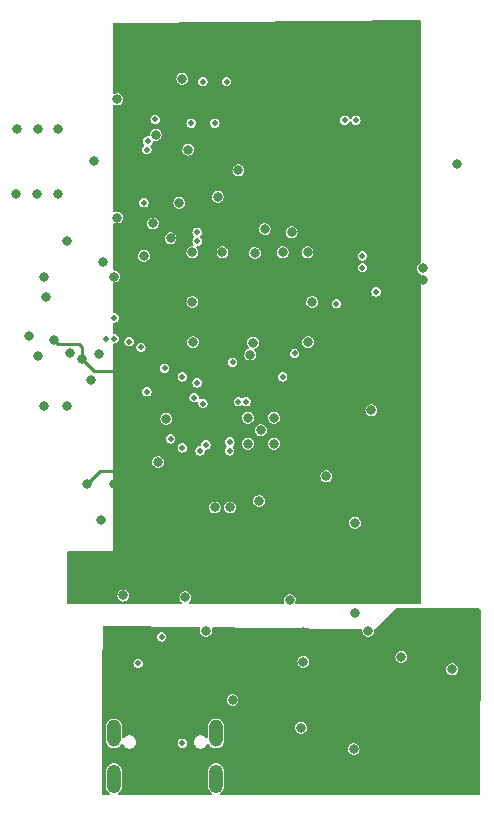
<source format=gbr>
%TF.GenerationSoftware,KiCad,Pcbnew,(6.0.7)*%
%TF.CreationDate,2023-01-15T17:43:20+08:00*%
%TF.ProjectId,Rp2040 wearable dev boards w wireless,52703230-3430-4207-9765-617261626c65,rev?*%
%TF.SameCoordinates,Original*%
%TF.FileFunction,Copper,L3,Inr*%
%TF.FilePolarity,Positive*%
%FSLAX46Y46*%
G04 Gerber Fmt 4.6, Leading zero omitted, Abs format (unit mm)*
G04 Created by KiCad (PCBNEW (6.0.7)) date 2023-01-15 17:43:20*
%MOMM*%
%LPD*%
G01*
G04 APERTURE LIST*
%TA.AperFunction,ComponentPad*%
%ADD10O,1.158000X2.316000*%
%TD*%
%TA.AperFunction,ComponentPad*%
%ADD11O,1.200000X2.400000*%
%TD*%
%TA.AperFunction,ViaPad*%
%ADD12C,0.800000*%
%TD*%
%TA.AperFunction,ViaPad*%
%ADD13C,0.500000*%
%TD*%
%TA.AperFunction,Conductor*%
%ADD14C,0.250000*%
%TD*%
G04 APERTURE END LIST*
D10*
%TO.N,GND*%
%TO.C,J2*%
X44956000Y-94675000D03*
X53596000Y-94675000D03*
D11*
X44956000Y-98500000D03*
X53596000Y-98500000D03*
%TD*%
D12*
%TO.N,/Antenna*%
X43250000Y-46250000D03*
%TO.N,GND*%
X36710000Y-49050000D03*
X61000000Y-88600000D03*
X61750000Y-58150000D03*
X38500000Y-62750000D03*
X51250000Y-45250000D03*
X48250000Y-51500000D03*
X40991091Y-52993372D03*
X43718767Y-62531233D03*
X47500000Y-54250000D03*
X54800000Y-75550000D03*
X45750000Y-83000000D03*
X52750000Y-86000000D03*
X38500000Y-43500000D03*
X74000000Y-46500000D03*
X40250000Y-43500000D03*
X66762750Y-67312750D03*
X38440000Y-49030000D03*
X48500000Y-44000000D03*
X45000000Y-56000000D03*
X56300000Y-70150000D03*
X73600000Y-89250000D03*
X39000000Y-67000000D03*
X65355000Y-76845000D03*
X50500000Y-49750000D03*
X51600000Y-53950000D03*
X49750000Y-52750000D03*
X48700000Y-71700000D03*
X56750000Y-61600000D03*
X69300000Y-88200000D03*
X58500000Y-70150000D03*
X65250000Y-96000000D03*
X54150000Y-53950000D03*
X59850000Y-83400000D03*
X56300000Y-67950000D03*
X62950000Y-72900000D03*
X45250000Y-41000000D03*
X36750000Y-43500000D03*
X55000000Y-91850000D03*
X44000000Y-54750000D03*
X41250000Y-62500000D03*
X41000000Y-67000000D03*
X55500000Y-47000000D03*
X58500000Y-67950000D03*
X45250000Y-51000000D03*
X51600000Y-58150000D03*
X56500000Y-62600000D03*
X56900000Y-54000000D03*
X51650000Y-61550000D03*
X60000000Y-52250000D03*
X57400000Y-69000000D03*
X51000000Y-83150000D03*
X53750000Y-49250000D03*
X59250000Y-53950000D03*
X39000000Y-56000000D03*
X40250000Y-49000000D03*
X61350000Y-53950000D03*
X61400000Y-61550000D03*
X49400000Y-68050000D03*
X57725000Y-51975000D03*
X53500000Y-75550000D03*
D13*
X49000000Y-86500000D03*
D12*
X43000000Y-64750000D03*
X71100000Y-55300000D03*
X57250000Y-75000000D03*
%TO.N,/Vmain*%
X54875500Y-68050000D03*
X57457337Y-62602950D03*
X52000000Y-49500000D03*
X61095000Y-80655000D03*
X44950000Y-73550000D03*
X47250000Y-42750000D03*
X48250500Y-61000000D03*
X53500000Y-73450000D03*
X59810000Y-71400000D03*
X47250000Y-51500000D03*
X42700000Y-73550000D03*
X66990000Y-52260000D03*
X42250000Y-63000000D03*
X71100000Y-56300000D03*
X39875000Y-61375000D03*
X48000000Y-57500000D03*
X57200000Y-71550000D03*
X46125000Y-69375000D03*
%TO.N,/VBUS*%
X70350000Y-84750000D03*
X51375000Y-96625000D03*
X55450000Y-87300000D03*
X68550000Y-91500000D03*
X53900000Y-87300000D03*
X61000000Y-86100000D03*
%TO.N,/VO*%
X60800000Y-94200000D03*
X66500000Y-86000000D03*
%TO.N,/VDD_PA*%
X39250000Y-57750000D03*
X37750000Y-61000000D03*
D13*
%TO.N,/CSN*%
X45000000Y-61250000D03*
X46250000Y-61500000D03*
%TO.N,/SCK*%
X45000000Y-59500000D03*
X47750000Y-65750000D03*
%TO.N,/GPIO 16*%
X52000000Y-53000000D03*
X65450000Y-42750000D03*
%TO.N,/GPIO 17*%
X64500000Y-42750000D03*
X52000000Y-52250000D03*
%TO.N,/IMU SDA {slash} GPIO 18*%
X51750000Y-66250000D03*
X47750000Y-45250000D03*
X49250000Y-63750000D03*
%TO.N,/IMU SCL {slash} GPIO 19*%
X47841329Y-44537011D03*
X52500000Y-66750000D03*
X50750000Y-64500000D03*
%TO.N,/External ADC SDA {slash} GPIO 20*%
X66000000Y-54250000D03*
X49750000Y-69750000D03*
%TO.N,/External ADC SCL {slash} GPIO 21*%
X66000000Y-55250000D03*
X50750000Y-70500000D03*
%TO.N,/ADC 1*%
X54778479Y-70005921D03*
X54500000Y-39500000D03*
%TO.N,/ADC 2*%
X52750000Y-70250000D03*
X53500000Y-43000000D03*
%TO.N,/ADC 3*%
X52500000Y-39500000D03*
X54750000Y-70750000D03*
%TO.N,/ADC 4*%
X51500000Y-43000000D03*
X52250000Y-70750000D03*
%TO.N,/CE*%
X47250000Y-62000000D03*
X44250000Y-61250000D03*
X59250000Y-64500000D03*
X52000000Y-65000000D03*
%TO.N,/SWCLK*%
X56150000Y-66600000D03*
X63800000Y-58300000D03*
%TO.N,/SWD*%
X67150000Y-57300000D03*
X55500000Y-66600000D03*
%TO.N,/AUX_CL*%
X48450000Y-42700000D03*
X47500000Y-49750000D03*
%TO.N,/RUN*%
X55000000Y-63250000D03*
X60250000Y-62500000D03*
D12*
X50750000Y-39250000D03*
D13*
%TO.N,/CC2*%
X47000000Y-88750000D03*
X50750000Y-95500000D03*
D12*
%TO.N,/R18-Power_on*%
X65400000Y-84500000D03*
X43900000Y-76650000D03*
%TD*%
D14*
%TO.N,/Vmain*%
X42250000Y-62000000D02*
X42250000Y-63000000D01*
X42700000Y-73550000D02*
X43750000Y-72500000D01*
X45000000Y-73500000D02*
X46250000Y-73500000D01*
X43750000Y-72500000D02*
X45500000Y-72500000D01*
X61095000Y-80655000D02*
X61100000Y-80650000D01*
X43250000Y-64000000D02*
X45250000Y-64000000D01*
X44950000Y-73550000D02*
X45000000Y-73500000D01*
X40250000Y-61750000D02*
X42000000Y-61750000D01*
X39875000Y-61375000D02*
X40250000Y-61750000D01*
X42250000Y-63000000D02*
X43250000Y-64000000D01*
X42000000Y-61750000D02*
X42250000Y-62000000D01*
%TD*%
%TA.AperFunction,Conductor*%
%TO.N,/VBUS*%
G36*
X75941722Y-84120002D02*
G01*
X75988215Y-84173658D01*
X75999600Y-84226399D01*
X75950397Y-99774399D01*
X75930180Y-99842456D01*
X75876377Y-99888779D01*
X75824398Y-99900000D01*
X54080703Y-99900000D01*
X54012582Y-99879998D01*
X53966089Y-99826342D01*
X53955985Y-99756068D01*
X53985479Y-99691488D01*
X53997874Y-99679051D01*
X54114671Y-99577163D01*
X54120396Y-99572169D01*
X54217887Y-99433453D01*
X54279476Y-99275487D01*
X54296500Y-99146174D01*
X54296500Y-97857484D01*
X54281276Y-97731680D01*
X54221345Y-97573077D01*
X54125312Y-97433349D01*
X54113514Y-97422837D01*
X54004392Y-97325612D01*
X54004388Y-97325610D01*
X53998721Y-97320560D01*
X53848881Y-97241224D01*
X53684441Y-97199919D01*
X53676843Y-97199879D01*
X53676841Y-97199879D01*
X53599668Y-97199475D01*
X53514895Y-97199031D01*
X53507508Y-97200805D01*
X53507504Y-97200805D01*
X53364162Y-97235220D01*
X53350032Y-97238612D01*
X53343288Y-97242093D01*
X53343285Y-97242094D01*
X53338089Y-97244776D01*
X53199369Y-97316375D01*
X53071604Y-97427831D01*
X52974113Y-97566547D01*
X52912524Y-97724513D01*
X52895500Y-97853826D01*
X52895500Y-99142516D01*
X52910724Y-99268320D01*
X52970655Y-99426923D01*
X53066688Y-99566651D01*
X53072358Y-99571703D01*
X53072359Y-99571704D01*
X53193279Y-99679440D01*
X53191158Y-99681820D01*
X53226600Y-99725867D01*
X53234138Y-99796463D01*
X53202312Y-99859926D01*
X53141227Y-99896109D01*
X53110156Y-99900000D01*
X45440703Y-99900000D01*
X45372582Y-99879998D01*
X45326089Y-99826342D01*
X45315985Y-99756068D01*
X45345479Y-99691488D01*
X45357874Y-99679051D01*
X45474671Y-99577163D01*
X45480396Y-99572169D01*
X45577887Y-99433453D01*
X45639476Y-99275487D01*
X45656500Y-99146174D01*
X45656500Y-97857484D01*
X45641276Y-97731680D01*
X45581345Y-97573077D01*
X45485312Y-97433349D01*
X45473514Y-97422837D01*
X45364392Y-97325612D01*
X45364388Y-97325610D01*
X45358721Y-97320560D01*
X45208881Y-97241224D01*
X45044441Y-97199919D01*
X45036843Y-97199879D01*
X45036841Y-97199879D01*
X44959668Y-97199475D01*
X44874895Y-97199031D01*
X44867508Y-97200805D01*
X44867504Y-97200805D01*
X44724162Y-97235220D01*
X44710032Y-97238612D01*
X44703288Y-97242093D01*
X44703285Y-97242094D01*
X44698089Y-97244776D01*
X44559369Y-97316375D01*
X44431604Y-97427831D01*
X44334113Y-97566547D01*
X44272524Y-97724513D01*
X44255500Y-97853826D01*
X44255500Y-99142516D01*
X44270724Y-99268320D01*
X44330655Y-99426923D01*
X44426688Y-99566651D01*
X44432358Y-99571703D01*
X44432359Y-99571704D01*
X44553279Y-99679440D01*
X44551158Y-99681820D01*
X44586600Y-99725867D01*
X44594138Y-99796463D01*
X44562312Y-99859926D01*
X44501227Y-99896109D01*
X44470156Y-99900000D01*
X44076440Y-99900000D01*
X44008319Y-99879998D01*
X43961826Y-99826342D01*
X43950441Y-99773561D01*
X43963611Y-95993823D01*
X64744391Y-95993823D01*
X64745555Y-96002725D01*
X64745555Y-96002728D01*
X64746814Y-96012354D01*
X64762980Y-96135979D01*
X64820720Y-96267203D01*
X64826497Y-96274076D01*
X64826498Y-96274077D01*
X64833792Y-96282754D01*
X64912970Y-96376948D01*
X65032313Y-96456390D01*
X65169157Y-96499142D01*
X65178129Y-96499306D01*
X65178132Y-96499307D01*
X65243463Y-96500504D01*
X65312499Y-96501770D01*
X65321533Y-96499307D01*
X65442158Y-96466421D01*
X65442160Y-96466420D01*
X65450817Y-96464060D01*
X65572991Y-96389045D01*
X65669200Y-96282754D01*
X65731710Y-96153733D01*
X65755496Y-96012354D01*
X65755647Y-96000000D01*
X65740914Y-95897124D01*
X65736596Y-95866968D01*
X65736595Y-95866965D01*
X65735323Y-95858082D01*
X65721853Y-95828455D01*
X65707448Y-95796774D01*
X65675984Y-95727572D01*
X65657224Y-95705800D01*
X65588260Y-95625763D01*
X65588257Y-95625760D01*
X65582400Y-95618963D01*
X65462095Y-95540985D01*
X65324739Y-95499907D01*
X65315763Y-95499852D01*
X65315762Y-95499852D01*
X65255555Y-95499484D01*
X65181376Y-95499031D01*
X65043529Y-95538428D01*
X64922280Y-95614930D01*
X64827377Y-95722388D01*
X64766447Y-95852163D01*
X64758932Y-95900430D01*
X64748801Y-95965500D01*
X64744391Y-95993823D01*
X43963611Y-95993823D01*
X43966045Y-95295244D01*
X44276500Y-95295244D01*
X44291267Y-95417274D01*
X44349402Y-95571122D01*
X44353703Y-95577380D01*
X44427799Y-95685190D01*
X44442556Y-95706662D01*
X44448225Y-95711712D01*
X44448225Y-95711713D01*
X44464861Y-95726535D01*
X44565352Y-95816069D01*
X44710700Y-95893027D01*
X44870211Y-95933094D01*
X44877809Y-95933134D01*
X44877811Y-95933134D01*
X44947299Y-95933498D01*
X45034673Y-95933955D01*
X45042053Y-95932183D01*
X45042055Y-95932183D01*
X45187214Y-95897333D01*
X45187216Y-95897332D01*
X45194594Y-95895561D01*
X45340741Y-95820129D01*
X45351188Y-95811016D01*
X45458951Y-95717008D01*
X45464676Y-95712014D01*
X45488891Y-95677560D01*
X45539556Y-95605471D01*
X45595090Y-95561239D01*
X45665722Y-95554053D01*
X45729027Y-95586194D01*
X45759051Y-95629702D01*
X45778873Y-95677556D01*
X45778876Y-95677562D01*
X45782036Y-95685190D01*
X45872680Y-95803320D01*
X45990810Y-95893964D01*
X46059593Y-95922455D01*
X46120745Y-95947785D01*
X46120748Y-95947786D01*
X46128375Y-95950945D01*
X46238932Y-95965500D01*
X46313068Y-95965500D01*
X46423625Y-95950945D01*
X46431252Y-95947786D01*
X46431255Y-95947785D01*
X46492407Y-95922455D01*
X46561190Y-95893964D01*
X46679320Y-95803320D01*
X46769964Y-95685190D01*
X46798454Y-95616408D01*
X46823785Y-95555255D01*
X46823786Y-95555252D01*
X46826945Y-95547625D01*
X46833215Y-95500000D01*
X50349570Y-95500000D01*
X50369168Y-95623740D01*
X50426045Y-95735367D01*
X50514633Y-95823955D01*
X50626260Y-95880832D01*
X50636053Y-95882383D01*
X50719258Y-95895561D01*
X50750000Y-95900430D01*
X50780743Y-95895561D01*
X50863947Y-95882383D01*
X50873740Y-95880832D01*
X50985367Y-95823955D01*
X51073955Y-95735367D01*
X51130832Y-95623740D01*
X51150430Y-95500000D01*
X51134592Y-95400000D01*
X51705620Y-95400000D01*
X51725055Y-95547625D01*
X51728214Y-95555252D01*
X51728215Y-95555255D01*
X51753545Y-95616407D01*
X51782036Y-95685190D01*
X51872680Y-95803320D01*
X51990810Y-95893964D01*
X52059593Y-95922455D01*
X52120745Y-95947785D01*
X52120748Y-95947786D01*
X52128375Y-95950945D01*
X52238932Y-95965500D01*
X52313068Y-95965500D01*
X52423625Y-95950945D01*
X52431252Y-95947786D01*
X52431255Y-95947785D01*
X52492407Y-95922455D01*
X52561190Y-95893964D01*
X52679320Y-95803320D01*
X52769964Y-95685190D01*
X52793157Y-95629197D01*
X52837705Y-95573916D01*
X52905069Y-95551495D01*
X52973860Y-95569053D01*
X53013406Y-95606048D01*
X53067799Y-95685190D01*
X53082556Y-95706662D01*
X53088225Y-95711712D01*
X53088225Y-95711713D01*
X53104861Y-95726535D01*
X53205352Y-95816069D01*
X53350700Y-95893027D01*
X53510211Y-95933094D01*
X53517809Y-95933134D01*
X53517811Y-95933134D01*
X53587299Y-95933498D01*
X53674673Y-95933955D01*
X53682053Y-95932183D01*
X53682055Y-95932183D01*
X53827214Y-95897333D01*
X53827216Y-95897332D01*
X53834594Y-95895561D01*
X53980741Y-95820129D01*
X53991188Y-95811016D01*
X54098951Y-95717008D01*
X54104676Y-95712014D01*
X54166716Y-95623740D01*
X54194875Y-95583674D01*
X54194876Y-95583672D01*
X54199244Y-95577457D01*
X54258986Y-95424226D01*
X54275500Y-95298790D01*
X54275500Y-94193823D01*
X60294391Y-94193823D01*
X60295555Y-94202725D01*
X60295555Y-94202728D01*
X60296814Y-94212354D01*
X60312980Y-94335979D01*
X60370720Y-94467203D01*
X60376497Y-94474076D01*
X60376498Y-94474077D01*
X60383792Y-94482754D01*
X60462970Y-94576948D01*
X60582313Y-94656390D01*
X60719157Y-94699142D01*
X60728129Y-94699306D01*
X60728132Y-94699307D01*
X60793463Y-94700504D01*
X60862499Y-94701770D01*
X60871533Y-94699307D01*
X60992158Y-94666421D01*
X60992160Y-94666420D01*
X61000817Y-94664060D01*
X61122991Y-94589045D01*
X61219200Y-94482754D01*
X61281710Y-94353733D01*
X61305496Y-94212354D01*
X61305647Y-94200000D01*
X61285323Y-94058082D01*
X61225984Y-93927572D01*
X61207598Y-93906234D01*
X61138260Y-93825763D01*
X61138257Y-93825760D01*
X61132400Y-93818963D01*
X61012095Y-93740985D01*
X60874739Y-93699907D01*
X60865763Y-93699852D01*
X60865762Y-93699852D01*
X60805555Y-93699484D01*
X60731376Y-93699031D01*
X60593529Y-93738428D01*
X60472280Y-93814930D01*
X60377377Y-93922388D01*
X60316447Y-94052163D01*
X60294391Y-94193823D01*
X54275500Y-94193823D01*
X54275500Y-94054756D01*
X54260733Y-93932726D01*
X54202598Y-93778878D01*
X54109444Y-93643338D01*
X53986648Y-93533931D01*
X53841300Y-93456973D01*
X53681789Y-93416906D01*
X53674191Y-93416866D01*
X53674189Y-93416866D01*
X53604701Y-93416502D01*
X53517327Y-93416045D01*
X53509947Y-93417817D01*
X53509945Y-93417817D01*
X53364786Y-93452667D01*
X53364784Y-93452668D01*
X53357406Y-93454439D01*
X53211259Y-93529871D01*
X53205537Y-93534863D01*
X53205535Y-93534864D01*
X53136543Y-93595050D01*
X53087324Y-93637986D01*
X53082957Y-93644200D01*
X53013367Y-93743217D01*
X52992756Y-93772543D01*
X52933014Y-93925774D01*
X52916500Y-94051210D01*
X52916500Y-94934594D01*
X52896498Y-95002715D01*
X52842842Y-95049208D01*
X52772568Y-95059312D01*
X52707988Y-95029818D01*
X52690538Y-95011299D01*
X52684344Y-95003227D01*
X52684343Y-95003226D01*
X52679320Y-94996680D01*
X52561190Y-94906036D01*
X52492408Y-94877546D01*
X52431255Y-94852215D01*
X52431252Y-94852214D01*
X52423625Y-94849055D01*
X52313068Y-94834500D01*
X52238932Y-94834500D01*
X52128375Y-94849055D01*
X52120748Y-94852214D01*
X52120745Y-94852215D01*
X52059592Y-94877546D01*
X51990810Y-94906036D01*
X51872680Y-94996680D01*
X51782036Y-95114810D01*
X51725055Y-95252375D01*
X51705620Y-95400000D01*
X51134592Y-95400000D01*
X51130832Y-95376260D01*
X51073955Y-95264633D01*
X50985367Y-95176045D01*
X50873740Y-95119168D01*
X50750000Y-95099570D01*
X50626260Y-95119168D01*
X50514633Y-95176045D01*
X50426045Y-95264633D01*
X50369168Y-95376260D01*
X50349570Y-95500000D01*
X46833215Y-95500000D01*
X46846380Y-95400000D01*
X46826945Y-95252375D01*
X46769964Y-95114810D01*
X46679320Y-94996680D01*
X46561190Y-94906036D01*
X46492408Y-94877546D01*
X46431255Y-94852215D01*
X46431252Y-94852214D01*
X46423625Y-94849055D01*
X46313068Y-94834500D01*
X46238932Y-94834500D01*
X46128375Y-94849055D01*
X46120748Y-94852214D01*
X46120745Y-94852215D01*
X46059592Y-94877546D01*
X45990810Y-94906036D01*
X45872680Y-94996680D01*
X45867657Y-95003226D01*
X45867656Y-95003227D01*
X45861462Y-95011299D01*
X45804123Y-95053166D01*
X45733252Y-95057387D01*
X45671350Y-95022622D01*
X45638069Y-94959909D01*
X45635500Y-94934594D01*
X45635500Y-94054756D01*
X45620733Y-93932726D01*
X45562598Y-93778878D01*
X45469444Y-93643338D01*
X45346648Y-93533931D01*
X45201300Y-93456973D01*
X45041789Y-93416906D01*
X45034191Y-93416866D01*
X45034189Y-93416866D01*
X44964701Y-93416502D01*
X44877327Y-93416045D01*
X44869947Y-93417817D01*
X44869945Y-93417817D01*
X44724786Y-93452667D01*
X44724784Y-93452668D01*
X44717406Y-93454439D01*
X44571259Y-93529871D01*
X44565537Y-93534863D01*
X44565535Y-93534864D01*
X44496543Y-93595050D01*
X44447324Y-93637986D01*
X44442957Y-93644200D01*
X44373367Y-93743217D01*
X44352756Y-93772543D01*
X44293014Y-93925774D01*
X44276500Y-94051210D01*
X44276500Y-95295244D01*
X43966045Y-95295244D01*
X43978071Y-91843823D01*
X54494391Y-91843823D01*
X54495555Y-91852725D01*
X54495555Y-91852728D01*
X54496814Y-91862354D01*
X54512980Y-91985979D01*
X54570720Y-92117203D01*
X54576497Y-92124076D01*
X54576498Y-92124077D01*
X54583792Y-92132754D01*
X54662970Y-92226948D01*
X54782313Y-92306390D01*
X54919157Y-92349142D01*
X54928129Y-92349306D01*
X54928132Y-92349307D01*
X54993463Y-92350504D01*
X55062499Y-92351770D01*
X55071533Y-92349307D01*
X55192158Y-92316421D01*
X55192160Y-92316420D01*
X55200817Y-92314060D01*
X55322991Y-92239045D01*
X55419200Y-92132754D01*
X55481710Y-92003733D01*
X55505496Y-91862354D01*
X55505647Y-91850000D01*
X55485323Y-91708082D01*
X55425984Y-91577572D01*
X55407598Y-91556234D01*
X55338260Y-91475763D01*
X55338257Y-91475760D01*
X55332400Y-91468963D01*
X55212095Y-91390985D01*
X55074739Y-91349907D01*
X55065763Y-91349852D01*
X55065762Y-91349852D01*
X55005555Y-91349484D01*
X54931376Y-91349031D01*
X54793529Y-91388428D01*
X54672280Y-91464930D01*
X54577377Y-91572388D01*
X54516447Y-91702163D01*
X54494391Y-91843823D01*
X43978071Y-91843823D01*
X43987130Y-89243823D01*
X73094391Y-89243823D01*
X73095555Y-89252725D01*
X73095555Y-89252728D01*
X73096814Y-89262354D01*
X73112980Y-89385979D01*
X73170720Y-89517203D01*
X73176497Y-89524076D01*
X73176498Y-89524077D01*
X73183792Y-89532754D01*
X73262970Y-89626948D01*
X73382313Y-89706390D01*
X73519157Y-89749142D01*
X73528129Y-89749306D01*
X73528132Y-89749307D01*
X73593463Y-89750504D01*
X73662499Y-89751770D01*
X73671533Y-89749307D01*
X73792158Y-89716421D01*
X73792160Y-89716420D01*
X73800817Y-89714060D01*
X73922991Y-89639045D01*
X74019200Y-89532754D01*
X74081710Y-89403733D01*
X74105496Y-89262354D01*
X74105647Y-89250000D01*
X74088581Y-89130832D01*
X74086596Y-89116968D01*
X74086595Y-89116965D01*
X74085323Y-89108082D01*
X74071853Y-89078455D01*
X74066179Y-89065977D01*
X74025984Y-88977572D01*
X73950016Y-88889407D01*
X73938260Y-88875763D01*
X73938257Y-88875760D01*
X73932400Y-88868963D01*
X73812095Y-88790985D01*
X73674739Y-88749907D01*
X73665763Y-88749852D01*
X73665762Y-88749852D01*
X73605555Y-88749484D01*
X73531376Y-88749031D01*
X73393529Y-88788428D01*
X73272280Y-88864930D01*
X73177377Y-88972388D01*
X73116447Y-89102163D01*
X73094391Y-89243823D01*
X43987130Y-89243823D01*
X43988851Y-88750000D01*
X46599570Y-88750000D01*
X46619168Y-88873740D01*
X46676045Y-88985367D01*
X46764633Y-89073955D01*
X46876260Y-89130832D01*
X47000000Y-89150430D01*
X47123740Y-89130832D01*
X47235367Y-89073955D01*
X47323955Y-88985367D01*
X47380832Y-88873740D01*
X47400430Y-88750000D01*
X47380832Y-88626260D01*
X47364305Y-88593823D01*
X60494391Y-88593823D01*
X60495555Y-88602725D01*
X60495555Y-88602728D01*
X60502923Y-88659069D01*
X60512980Y-88735979D01*
X60570720Y-88867203D01*
X60576497Y-88874076D01*
X60576498Y-88874077D01*
X60657190Y-88970072D01*
X60662970Y-88976948D01*
X60782313Y-89056390D01*
X60919157Y-89099142D01*
X60928129Y-89099306D01*
X60928132Y-89099307D01*
X60993463Y-89100504D01*
X61062499Y-89101770D01*
X61071533Y-89099307D01*
X61192158Y-89066421D01*
X61192160Y-89066420D01*
X61200817Y-89064060D01*
X61322991Y-88989045D01*
X61334315Y-88976535D01*
X61413178Y-88889407D01*
X61419200Y-88882754D01*
X61463662Y-88790985D01*
X61477795Y-88761814D01*
X61477795Y-88761813D01*
X61481710Y-88753733D01*
X61505496Y-88612354D01*
X61505647Y-88600000D01*
X61497473Y-88542924D01*
X61486596Y-88466968D01*
X61486595Y-88466965D01*
X61485323Y-88458082D01*
X61473945Y-88433056D01*
X61444191Y-88367617D01*
X61425984Y-88327572D01*
X61407598Y-88306234D01*
X61338260Y-88225763D01*
X61338257Y-88225760D01*
X61332400Y-88218963D01*
X61293614Y-88193823D01*
X68794391Y-88193823D01*
X68795555Y-88202725D01*
X68795555Y-88202728D01*
X68803685Y-88264901D01*
X68812980Y-88335979D01*
X68870720Y-88467203D01*
X68876497Y-88474076D01*
X68876498Y-88474077D01*
X68910589Y-88514633D01*
X68962970Y-88576948D01*
X69082313Y-88656390D01*
X69219157Y-88699142D01*
X69228129Y-88699306D01*
X69228132Y-88699307D01*
X69293463Y-88700504D01*
X69362499Y-88701770D01*
X69371533Y-88699307D01*
X69492158Y-88666421D01*
X69492160Y-88666420D01*
X69500817Y-88664060D01*
X69622991Y-88589045D01*
X69719200Y-88482754D01*
X69781710Y-88353733D01*
X69805496Y-88212354D01*
X69805647Y-88200000D01*
X69797473Y-88142924D01*
X69786596Y-88066968D01*
X69786595Y-88066965D01*
X69785323Y-88058082D01*
X69725984Y-87927572D01*
X69707598Y-87906234D01*
X69638260Y-87825763D01*
X69638257Y-87825760D01*
X69632400Y-87818963D01*
X69512095Y-87740985D01*
X69374739Y-87699907D01*
X69365763Y-87699852D01*
X69365762Y-87699852D01*
X69305555Y-87699484D01*
X69231376Y-87699031D01*
X69093529Y-87738428D01*
X68972280Y-87814930D01*
X68877377Y-87922388D01*
X68816447Y-88052163D01*
X68794391Y-88193823D01*
X61293614Y-88193823D01*
X61212095Y-88140985D01*
X61074739Y-88099907D01*
X61065763Y-88099852D01*
X61065762Y-88099852D01*
X61005555Y-88099484D01*
X60931376Y-88099031D01*
X60793529Y-88138428D01*
X60672280Y-88214930D01*
X60577377Y-88322388D01*
X60516447Y-88452163D01*
X60513035Y-88474077D01*
X60496171Y-88582391D01*
X60494391Y-88593823D01*
X47364305Y-88593823D01*
X47328455Y-88523465D01*
X47323955Y-88514633D01*
X47235367Y-88426045D01*
X47123740Y-88369168D01*
X47000000Y-88349570D01*
X46876260Y-88369168D01*
X46764633Y-88426045D01*
X46676045Y-88514633D01*
X46671545Y-88523465D01*
X46635696Y-88593823D01*
X46619168Y-88626260D01*
X46599570Y-88750000D01*
X43988851Y-88750000D01*
X43996690Y-86500000D01*
X48599570Y-86500000D01*
X48619168Y-86623740D01*
X48676045Y-86735367D01*
X48764633Y-86823955D01*
X48876260Y-86880832D01*
X49000000Y-86900430D01*
X49123740Y-86880832D01*
X49235367Y-86823955D01*
X49323955Y-86735367D01*
X49380832Y-86623740D01*
X49400430Y-86500000D01*
X49380832Y-86376260D01*
X49323955Y-86264633D01*
X49235367Y-86176045D01*
X49156733Y-86135979D01*
X49132574Y-86123669D01*
X49132573Y-86123669D01*
X49123740Y-86119168D01*
X49000000Y-86099570D01*
X48876260Y-86119168D01*
X48867427Y-86123669D01*
X48867426Y-86123669D01*
X48843267Y-86135979D01*
X48764633Y-86176045D01*
X48676045Y-86264633D01*
X48619168Y-86376260D01*
X48599570Y-86500000D01*
X43996690Y-86500000D01*
X43999557Y-85677209D01*
X44019796Y-85609158D01*
X44073613Y-85562853D01*
X44127198Y-85551659D01*
X52161627Y-85656456D01*
X52229481Y-85677345D01*
X52275271Y-85731602D01*
X52284457Y-85802002D01*
X52274038Y-85835995D01*
X52266447Y-85852163D01*
X52265066Y-85861035D01*
X52246438Y-85980677D01*
X52244391Y-85993823D01*
X52245555Y-86002725D01*
X52245555Y-86002728D01*
X52246814Y-86012354D01*
X52262980Y-86135979D01*
X52320720Y-86267203D01*
X52326497Y-86274076D01*
X52326498Y-86274077D01*
X52333792Y-86282754D01*
X52412970Y-86376948D01*
X52532313Y-86456390D01*
X52669157Y-86499142D01*
X52678129Y-86499306D01*
X52678132Y-86499307D01*
X52743463Y-86500504D01*
X52812499Y-86501770D01*
X52821533Y-86499307D01*
X52942158Y-86466421D01*
X52942160Y-86466420D01*
X52950817Y-86464060D01*
X53072991Y-86389045D01*
X53169200Y-86282754D01*
X53231710Y-86153733D01*
X53255496Y-86012354D01*
X53255647Y-86000000D01*
X53247473Y-85942924D01*
X53236596Y-85866968D01*
X53236595Y-85866965D01*
X53235323Y-85858082D01*
X53231609Y-85849914D01*
X53229088Y-85841292D01*
X53230379Y-85840915D01*
X53221695Y-85779776D01*
X53251298Y-85715245D01*
X53311090Y-85676964D01*
X53348025Y-85671931D01*
X57071839Y-85720502D01*
X65873582Y-85835308D01*
X65941434Y-85856196D01*
X65987224Y-85910453D01*
X65995820Y-85975976D01*
X65995882Y-85975977D01*
X65995877Y-85976407D01*
X65996437Y-85980677D01*
X65995773Y-85984945D01*
X65994391Y-85993823D01*
X65995555Y-86002725D01*
X65995555Y-86002728D01*
X65996814Y-86012354D01*
X66012980Y-86135979D01*
X66070720Y-86267203D01*
X66076497Y-86274076D01*
X66076498Y-86274077D01*
X66083792Y-86282754D01*
X66162970Y-86376948D01*
X66282313Y-86456390D01*
X66419157Y-86499142D01*
X66428129Y-86499306D01*
X66428132Y-86499307D01*
X66493463Y-86500504D01*
X66562499Y-86501770D01*
X66571533Y-86499307D01*
X66692158Y-86466421D01*
X66692160Y-86466420D01*
X66700817Y-86464060D01*
X66822991Y-86389045D01*
X66919200Y-86282754D01*
X66981710Y-86153733D01*
X67005496Y-86012354D01*
X67005647Y-86000000D01*
X66995193Y-85927004D01*
X67005337Y-85856737D01*
X67032089Y-85818803D01*
X68405136Y-84483896D01*
X68763322Y-84135659D01*
X68826107Y-84102515D01*
X68851154Y-84100000D01*
X75873601Y-84100000D01*
X75941722Y-84120002D01*
G37*
%TD.AperFunction*%
%TD*%
%TA.AperFunction,Conductor*%
%TO.N,/Vmain*%
G36*
X70874076Y-34300922D02*
G01*
X70942184Y-34320965D01*
X70988645Y-34374648D01*
X71000000Y-34426922D01*
X71000000Y-54712964D01*
X70979998Y-54781085D01*
X70926342Y-54827578D01*
X70908629Y-54834112D01*
X70902159Y-54835961D01*
X70902156Y-54835962D01*
X70893529Y-54838428D01*
X70772280Y-54914930D01*
X70766338Y-54921658D01*
X70766337Y-54921659D01*
X70756272Y-54933056D01*
X70677377Y-55022388D01*
X70616447Y-55152163D01*
X70615066Y-55161035D01*
X70600939Y-55251770D01*
X70594391Y-55293823D01*
X70612980Y-55435979D01*
X70670720Y-55567203D01*
X70676497Y-55574076D01*
X70676498Y-55574077D01*
X70740679Y-55650430D01*
X70762970Y-55676948D01*
X70882313Y-55756390D01*
X70911575Y-55765532D01*
X70970629Y-55804936D01*
X70999007Y-55870014D01*
X71000000Y-55885798D01*
X71000000Y-83624000D01*
X70979998Y-83692121D01*
X70926342Y-83738614D01*
X70874000Y-83750000D01*
X60437675Y-83750000D01*
X60369554Y-83729998D01*
X60323061Y-83676342D01*
X60312957Y-83606068D01*
X60324282Y-83569065D01*
X60331710Y-83553733D01*
X60355496Y-83412354D01*
X60355647Y-83400000D01*
X60340593Y-83294881D01*
X60336596Y-83266968D01*
X60336595Y-83266965D01*
X60335323Y-83258082D01*
X60275984Y-83127572D01*
X60257598Y-83106234D01*
X60188260Y-83025763D01*
X60188257Y-83025760D01*
X60182400Y-83018963D01*
X60062095Y-82940985D01*
X59924739Y-82899907D01*
X59915763Y-82899852D01*
X59915762Y-82899852D01*
X59855555Y-82899484D01*
X59781376Y-82899031D01*
X59643529Y-82938428D01*
X59522280Y-83014930D01*
X59427377Y-83122388D01*
X59366447Y-83252163D01*
X59361684Y-83282754D01*
X59346171Y-83382391D01*
X59344391Y-83393823D01*
X59345555Y-83402725D01*
X59345555Y-83402728D01*
X59352923Y-83459069D01*
X59362980Y-83535979D01*
X59379382Y-83573255D01*
X59388508Y-83643662D01*
X59358121Y-83707827D01*
X59297867Y-83745378D01*
X59264052Y-83750000D01*
X51415925Y-83750000D01*
X51347804Y-83729998D01*
X51301311Y-83676342D01*
X51291207Y-83606068D01*
X51320701Y-83541488D01*
X51323098Y-83539142D01*
X51322991Y-83539045D01*
X51413178Y-83439407D01*
X51419200Y-83432754D01*
X51481710Y-83303733D01*
X51505496Y-83162354D01*
X51505647Y-83150000D01*
X51487855Y-83025763D01*
X51486596Y-83016968D01*
X51486595Y-83016965D01*
X51485323Y-83008082D01*
X51425984Y-82877572D01*
X51397087Y-82844036D01*
X51338260Y-82775763D01*
X51338257Y-82775760D01*
X51332400Y-82768963D01*
X51212095Y-82690985D01*
X51074739Y-82649907D01*
X51065763Y-82649852D01*
X51065762Y-82649852D01*
X51005555Y-82649484D01*
X50931376Y-82649031D01*
X50793529Y-82688428D01*
X50672280Y-82764930D01*
X50577377Y-82872388D01*
X50516447Y-83002163D01*
X50513412Y-83021659D01*
X50496999Y-83127074D01*
X50494391Y-83143823D01*
X50495555Y-83152725D01*
X50495555Y-83152728D01*
X50496814Y-83162354D01*
X50512980Y-83285979D01*
X50516597Y-83294199D01*
X50565289Y-83404859D01*
X50570720Y-83417203D01*
X50576497Y-83424076D01*
X50576498Y-83424077D01*
X50583792Y-83432754D01*
X50662970Y-83526948D01*
X50668872Y-83530877D01*
X50705822Y-83590387D01*
X50704717Y-83661375D01*
X50665409Y-83720497D01*
X50600377Y-83748981D01*
X50584388Y-83750000D01*
X45840286Y-83750000D01*
X45772165Y-83729998D01*
X45750901Y-83705458D01*
X45740733Y-83720677D01*
X45675638Y-83749017D01*
X45659927Y-83750000D01*
X41136652Y-83750000D01*
X41068531Y-83729998D01*
X41022038Y-83676342D01*
X41010652Y-83624000D01*
X41010652Y-82993823D01*
X45244391Y-82993823D01*
X45245555Y-83002725D01*
X45245555Y-83002728D01*
X45253686Y-83064901D01*
X45262980Y-83135979D01*
X45320720Y-83267203D01*
X45326497Y-83274076D01*
X45326498Y-83274077D01*
X45358219Y-83311814D01*
X45412970Y-83376948D01*
X45532313Y-83456390D01*
X45669157Y-83499142D01*
X45678133Y-83499307D01*
X45680074Y-83499621D01*
X45744120Y-83530258D01*
X45749354Y-83538730D01*
X45804788Y-83503104D01*
X45811315Y-83501748D01*
X45812499Y-83501770D01*
X45831961Y-83496464D01*
X45942158Y-83466421D01*
X45942160Y-83466420D01*
X45950817Y-83464060D01*
X46072991Y-83389045D01*
X46169200Y-83282754D01*
X46231710Y-83153733D01*
X46255496Y-83012354D01*
X46255647Y-83000000D01*
X46247473Y-82942924D01*
X46236596Y-82866968D01*
X46236595Y-82866965D01*
X46235323Y-82858082D01*
X46175984Y-82727572D01*
X46146382Y-82693217D01*
X46088260Y-82625763D01*
X46088257Y-82625760D01*
X46082400Y-82618963D01*
X45962095Y-82540985D01*
X45824739Y-82499907D01*
X45815763Y-82499852D01*
X45815762Y-82499852D01*
X45755555Y-82499484D01*
X45681376Y-82499031D01*
X45543529Y-82538428D01*
X45422280Y-82614930D01*
X45327377Y-82722388D01*
X45266447Y-82852163D01*
X45244391Y-82993823D01*
X41010652Y-82993823D01*
X41010652Y-79325775D01*
X41030654Y-79257654D01*
X41084310Y-79211161D01*
X41136652Y-79199775D01*
X44850000Y-79199775D01*
X44852641Y-76838823D01*
X64849391Y-76838823D01*
X64850555Y-76847725D01*
X64850555Y-76847728D01*
X64851814Y-76857354D01*
X64867980Y-76980979D01*
X64925720Y-77112203D01*
X64931497Y-77119076D01*
X64931498Y-77119077D01*
X64938792Y-77127754D01*
X65017970Y-77221948D01*
X65137313Y-77301390D01*
X65274157Y-77344142D01*
X65283129Y-77344306D01*
X65283132Y-77344307D01*
X65348463Y-77345504D01*
X65417499Y-77346770D01*
X65426533Y-77344307D01*
X65547158Y-77311421D01*
X65547160Y-77311420D01*
X65555817Y-77309060D01*
X65677991Y-77234045D01*
X65774200Y-77127754D01*
X65836710Y-76998733D01*
X65860496Y-76857354D01*
X65860647Y-76845000D01*
X65840323Y-76703082D01*
X65780984Y-76572572D01*
X65725416Y-76508082D01*
X65693260Y-76470763D01*
X65693257Y-76470760D01*
X65687400Y-76463963D01*
X65567095Y-76385985D01*
X65429739Y-76344907D01*
X65420763Y-76344852D01*
X65420762Y-76344852D01*
X65360555Y-76344484D01*
X65286376Y-76344031D01*
X65148529Y-76383428D01*
X65027280Y-76459930D01*
X64932377Y-76567388D01*
X64871447Y-76697163D01*
X64870066Y-76706035D01*
X64857619Y-76785979D01*
X64849391Y-76838823D01*
X44852641Y-76838823D01*
X44854089Y-75543823D01*
X52994391Y-75543823D01*
X52995555Y-75552725D01*
X52995555Y-75552728D01*
X52996814Y-75562354D01*
X53012980Y-75685979D01*
X53070720Y-75817203D01*
X53076497Y-75824076D01*
X53076498Y-75824077D01*
X53083792Y-75832754D01*
X53162970Y-75926948D01*
X53282313Y-76006390D01*
X53419157Y-76049142D01*
X53428129Y-76049306D01*
X53428132Y-76049307D01*
X53493463Y-76050504D01*
X53562499Y-76051770D01*
X53571533Y-76049307D01*
X53692158Y-76016421D01*
X53692160Y-76016420D01*
X53700817Y-76014060D01*
X53822991Y-75939045D01*
X53919200Y-75832754D01*
X53981710Y-75703733D01*
X54005496Y-75562354D01*
X54005647Y-75550000D01*
X54004762Y-75543823D01*
X54294391Y-75543823D01*
X54295555Y-75552725D01*
X54295555Y-75552728D01*
X54296814Y-75562354D01*
X54312980Y-75685979D01*
X54370720Y-75817203D01*
X54376497Y-75824076D01*
X54376498Y-75824077D01*
X54383792Y-75832754D01*
X54462970Y-75926948D01*
X54582313Y-76006390D01*
X54719157Y-76049142D01*
X54728129Y-76049306D01*
X54728132Y-76049307D01*
X54793463Y-76050504D01*
X54862499Y-76051770D01*
X54871533Y-76049307D01*
X54992158Y-76016421D01*
X54992160Y-76016420D01*
X55000817Y-76014060D01*
X55122991Y-75939045D01*
X55219200Y-75832754D01*
X55281710Y-75703733D01*
X55305496Y-75562354D01*
X55305647Y-75550000D01*
X55292241Y-75456390D01*
X55286596Y-75416968D01*
X55286595Y-75416965D01*
X55285323Y-75408082D01*
X55276668Y-75389045D01*
X55229700Y-75285746D01*
X55225984Y-75277572D01*
X55207598Y-75256234D01*
X55138260Y-75175763D01*
X55138257Y-75175760D01*
X55132400Y-75168963D01*
X55012095Y-75090985D01*
X54874739Y-75049907D01*
X54865763Y-75049852D01*
X54865762Y-75049852D01*
X54805555Y-75049484D01*
X54731376Y-75049031D01*
X54593529Y-75088428D01*
X54472280Y-75164930D01*
X54377377Y-75272388D01*
X54316447Y-75402163D01*
X54315066Y-75411035D01*
X54300939Y-75501770D01*
X54294391Y-75543823D01*
X54004762Y-75543823D01*
X53992241Y-75456390D01*
X53986596Y-75416968D01*
X53986595Y-75416965D01*
X53985323Y-75408082D01*
X53976668Y-75389045D01*
X53929700Y-75285746D01*
X53925984Y-75277572D01*
X53907598Y-75256234D01*
X53838260Y-75175763D01*
X53838257Y-75175760D01*
X53832400Y-75168963D01*
X53712095Y-75090985D01*
X53574739Y-75049907D01*
X53565763Y-75049852D01*
X53565762Y-75049852D01*
X53505555Y-75049484D01*
X53431376Y-75049031D01*
X53293529Y-75088428D01*
X53172280Y-75164930D01*
X53077377Y-75272388D01*
X53016447Y-75402163D01*
X53015066Y-75411035D01*
X53000939Y-75501770D01*
X52994391Y-75543823D01*
X44854089Y-75543823D01*
X44854704Y-74993823D01*
X56744391Y-74993823D01*
X56745555Y-75002725D01*
X56745555Y-75002728D01*
X56746814Y-75012354D01*
X56762980Y-75135979D01*
X56820720Y-75267203D01*
X56826497Y-75274076D01*
X56826498Y-75274077D01*
X56829436Y-75277572D01*
X56912970Y-75376948D01*
X57032313Y-75456390D01*
X57169157Y-75499142D01*
X57178129Y-75499306D01*
X57178132Y-75499307D01*
X57243463Y-75500504D01*
X57312499Y-75501770D01*
X57321533Y-75499307D01*
X57442158Y-75466421D01*
X57442160Y-75466420D01*
X57450817Y-75464060D01*
X57572991Y-75389045D01*
X57669200Y-75282754D01*
X57731710Y-75153733D01*
X57755496Y-75012354D01*
X57755647Y-75000000D01*
X57735323Y-74858082D01*
X57675984Y-74727572D01*
X57657598Y-74706234D01*
X57588260Y-74625763D01*
X57588257Y-74625760D01*
X57582400Y-74618963D01*
X57462095Y-74540985D01*
X57324739Y-74499907D01*
X57315763Y-74499852D01*
X57315762Y-74499852D01*
X57255555Y-74499484D01*
X57181376Y-74499031D01*
X57043529Y-74538428D01*
X56922280Y-74614930D01*
X56827377Y-74722388D01*
X56766447Y-74852163D01*
X56744391Y-74993823D01*
X44854704Y-74993823D01*
X44857053Y-72893823D01*
X62444391Y-72893823D01*
X62445555Y-72902725D01*
X62445555Y-72902728D01*
X62446814Y-72912354D01*
X62462980Y-73035979D01*
X62520720Y-73167203D01*
X62526497Y-73174076D01*
X62526498Y-73174077D01*
X62533792Y-73182754D01*
X62612970Y-73276948D01*
X62732313Y-73356390D01*
X62869157Y-73399142D01*
X62878129Y-73399306D01*
X62878132Y-73399307D01*
X62943463Y-73400504D01*
X63012499Y-73401770D01*
X63021533Y-73399307D01*
X63142158Y-73366421D01*
X63142160Y-73366420D01*
X63150817Y-73364060D01*
X63272991Y-73289045D01*
X63369200Y-73182754D01*
X63431710Y-73053733D01*
X63455496Y-72912354D01*
X63455647Y-72900000D01*
X63435323Y-72758082D01*
X63375984Y-72627572D01*
X63357598Y-72606234D01*
X63288260Y-72525763D01*
X63288257Y-72525760D01*
X63282400Y-72518963D01*
X63162095Y-72440985D01*
X63024739Y-72399907D01*
X63015763Y-72399852D01*
X63015762Y-72399852D01*
X62955555Y-72399484D01*
X62881376Y-72399031D01*
X62743529Y-72438428D01*
X62622280Y-72514930D01*
X62527377Y-72622388D01*
X62466447Y-72752163D01*
X62444391Y-72893823D01*
X44857053Y-72893823D01*
X44858396Y-71693823D01*
X48194391Y-71693823D01*
X48195555Y-71702725D01*
X48195555Y-71702728D01*
X48196814Y-71712354D01*
X48212980Y-71835979D01*
X48270720Y-71967203D01*
X48276497Y-71974076D01*
X48276498Y-71974077D01*
X48283792Y-71982754D01*
X48362970Y-72076948D01*
X48482313Y-72156390D01*
X48619157Y-72199142D01*
X48628129Y-72199306D01*
X48628132Y-72199307D01*
X48693463Y-72200504D01*
X48762499Y-72201770D01*
X48771533Y-72199307D01*
X48892158Y-72166421D01*
X48892160Y-72166420D01*
X48900817Y-72164060D01*
X49022991Y-72089045D01*
X49119200Y-71982754D01*
X49181710Y-71853733D01*
X49205496Y-71712354D01*
X49205647Y-71700000D01*
X49185323Y-71558082D01*
X49125984Y-71427572D01*
X49107598Y-71406234D01*
X49038260Y-71325763D01*
X49038257Y-71325760D01*
X49032400Y-71318963D01*
X48912095Y-71240985D01*
X48774739Y-71199907D01*
X48765763Y-71199852D01*
X48765762Y-71199852D01*
X48705555Y-71199484D01*
X48631376Y-71199031D01*
X48493529Y-71238428D01*
X48372280Y-71314930D01*
X48277377Y-71422388D01*
X48216447Y-71552163D01*
X48194391Y-71693823D01*
X44858396Y-71693823D01*
X44859731Y-70500000D01*
X50349570Y-70500000D01*
X50369168Y-70623740D01*
X50373669Y-70632573D01*
X50373669Y-70632574D01*
X50382407Y-70649723D01*
X50426045Y-70735367D01*
X50514633Y-70823955D01*
X50626260Y-70880832D01*
X50750000Y-70900430D01*
X50873740Y-70880832D01*
X50985367Y-70823955D01*
X51059322Y-70750000D01*
X51849570Y-70750000D01*
X51869168Y-70873740D01*
X51926045Y-70985367D01*
X52014633Y-71073955D01*
X52126260Y-71130832D01*
X52250000Y-71150430D01*
X52373740Y-71130832D01*
X52485367Y-71073955D01*
X52573955Y-70985367D01*
X52630832Y-70873740D01*
X52649723Y-70754461D01*
X52651838Y-70750000D01*
X54349570Y-70750000D01*
X54369168Y-70873740D01*
X54426045Y-70985367D01*
X54514633Y-71073955D01*
X54626260Y-71130832D01*
X54750000Y-71150430D01*
X54873740Y-71130832D01*
X54985367Y-71073955D01*
X55073955Y-70985367D01*
X55130832Y-70873740D01*
X55150430Y-70750000D01*
X55130832Y-70626260D01*
X55073955Y-70514633D01*
X55040617Y-70481295D01*
X55006591Y-70418983D01*
X55011656Y-70348168D01*
X55040617Y-70303105D01*
X55102434Y-70241288D01*
X55152095Y-70143823D01*
X55794391Y-70143823D01*
X55795555Y-70152725D01*
X55795555Y-70152728D01*
X55799521Y-70183056D01*
X55812980Y-70285979D01*
X55870720Y-70417203D01*
X55876497Y-70424076D01*
X55876498Y-70424077D01*
X55932086Y-70490207D01*
X55962970Y-70526948D01*
X56082313Y-70606390D01*
X56219157Y-70649142D01*
X56228129Y-70649306D01*
X56228132Y-70649307D01*
X56293463Y-70650504D01*
X56362499Y-70651770D01*
X56371533Y-70649307D01*
X56492158Y-70616421D01*
X56492160Y-70616420D01*
X56500817Y-70614060D01*
X56622991Y-70539045D01*
X56645088Y-70514633D01*
X56713178Y-70439407D01*
X56719200Y-70432754D01*
X56759502Y-70349570D01*
X56777795Y-70311814D01*
X56777795Y-70311813D01*
X56781710Y-70303733D01*
X56805496Y-70162354D01*
X56805647Y-70150000D01*
X56804762Y-70143823D01*
X57994391Y-70143823D01*
X57995555Y-70152725D01*
X57995555Y-70152728D01*
X57999521Y-70183056D01*
X58012980Y-70285979D01*
X58070720Y-70417203D01*
X58076497Y-70424076D01*
X58076498Y-70424077D01*
X58132086Y-70490207D01*
X58162970Y-70526948D01*
X58282313Y-70606390D01*
X58419157Y-70649142D01*
X58428129Y-70649306D01*
X58428132Y-70649307D01*
X58493463Y-70650504D01*
X58562499Y-70651770D01*
X58571533Y-70649307D01*
X58692158Y-70616421D01*
X58692160Y-70616420D01*
X58700817Y-70614060D01*
X58822991Y-70539045D01*
X58845088Y-70514633D01*
X58913178Y-70439407D01*
X58919200Y-70432754D01*
X58959502Y-70349570D01*
X58977795Y-70311814D01*
X58977795Y-70311813D01*
X58981710Y-70303733D01*
X59005496Y-70162354D01*
X59005647Y-70150000D01*
X58985323Y-70008082D01*
X58925984Y-69877572D01*
X58901856Y-69849570D01*
X58838260Y-69775763D01*
X58838257Y-69775760D01*
X58832400Y-69768963D01*
X58712095Y-69690985D01*
X58574739Y-69649907D01*
X58565763Y-69649852D01*
X58565762Y-69649852D01*
X58505555Y-69649484D01*
X58431376Y-69649031D01*
X58293529Y-69688428D01*
X58172280Y-69764930D01*
X58077377Y-69872388D01*
X58016447Y-70002163D01*
X58007210Y-70061490D01*
X57996414Y-70130832D01*
X57994391Y-70143823D01*
X56804762Y-70143823D01*
X56785323Y-70008082D01*
X56725984Y-69877572D01*
X56701856Y-69849570D01*
X56638260Y-69775763D01*
X56638257Y-69775760D01*
X56632400Y-69768963D01*
X56512095Y-69690985D01*
X56374739Y-69649907D01*
X56365763Y-69649852D01*
X56365762Y-69649852D01*
X56305555Y-69649484D01*
X56231376Y-69649031D01*
X56093529Y-69688428D01*
X55972280Y-69764930D01*
X55877377Y-69872388D01*
X55816447Y-70002163D01*
X55807210Y-70061490D01*
X55796414Y-70130832D01*
X55794391Y-70143823D01*
X55152095Y-70143823D01*
X55159311Y-70129661D01*
X55178909Y-70005921D01*
X55159311Y-69882181D01*
X55102434Y-69770554D01*
X55013846Y-69681966D01*
X54902219Y-69625089D01*
X54778479Y-69605491D01*
X54654739Y-69625089D01*
X54543112Y-69681966D01*
X54454524Y-69770554D01*
X54397647Y-69882181D01*
X54378049Y-70005921D01*
X54397647Y-70129661D01*
X54454524Y-70241288D01*
X54487862Y-70274626D01*
X54521888Y-70336938D01*
X54516823Y-70407753D01*
X54487862Y-70452816D01*
X54426045Y-70514633D01*
X54369168Y-70626260D01*
X54349570Y-70750000D01*
X52651838Y-70750000D01*
X52680135Y-70690309D01*
X52740403Y-70652782D01*
X52754457Y-70649724D01*
X52840775Y-70636053D01*
X52863948Y-70632383D01*
X52863949Y-70632383D01*
X52873740Y-70630832D01*
X52985367Y-70573955D01*
X53073955Y-70485367D01*
X53106474Y-70421545D01*
X53126331Y-70382574D01*
X53126331Y-70382573D01*
X53130832Y-70373740D01*
X53150430Y-70250000D01*
X53130832Y-70126260D01*
X53073955Y-70014633D01*
X52985367Y-69926045D01*
X52900051Y-69882574D01*
X52882574Y-69873669D01*
X52882573Y-69873669D01*
X52873740Y-69869168D01*
X52750000Y-69849570D01*
X52626260Y-69869168D01*
X52617427Y-69873669D01*
X52617426Y-69873669D01*
X52599949Y-69882574D01*
X52514633Y-69926045D01*
X52426045Y-70014633D01*
X52369168Y-70126260D01*
X52367617Y-70136051D01*
X52367617Y-70136052D01*
X52350277Y-70245538D01*
X52319865Y-70309691D01*
X52259597Y-70347218D01*
X52245543Y-70350276D01*
X52170123Y-70362221D01*
X52136052Y-70367617D01*
X52136051Y-70367617D01*
X52126260Y-70369168D01*
X52014633Y-70426045D01*
X51926045Y-70514633D01*
X51869168Y-70626260D01*
X51849570Y-70750000D01*
X51059322Y-70750000D01*
X51073955Y-70735367D01*
X51117593Y-70649723D01*
X51126331Y-70632574D01*
X51126331Y-70632573D01*
X51130832Y-70623740D01*
X51150430Y-70500000D01*
X51147468Y-70481295D01*
X51132383Y-70386053D01*
X51130832Y-70376260D01*
X51073955Y-70264633D01*
X50985367Y-70176045D01*
X50873740Y-70119168D01*
X50750000Y-70099570D01*
X50626260Y-70119168D01*
X50514633Y-70176045D01*
X50426045Y-70264633D01*
X50369168Y-70376260D01*
X50367617Y-70386053D01*
X50352533Y-70481295D01*
X50349570Y-70500000D01*
X44859731Y-70500000D01*
X44860570Y-69750000D01*
X49349570Y-69750000D01*
X49369168Y-69873740D01*
X49426045Y-69985367D01*
X49514633Y-70073955D01*
X49626260Y-70130832D01*
X49750000Y-70150430D01*
X49873740Y-70130832D01*
X49985367Y-70073955D01*
X50073955Y-69985367D01*
X50130832Y-69873740D01*
X50150430Y-69750000D01*
X50130832Y-69626260D01*
X50073955Y-69514633D01*
X49985367Y-69426045D01*
X49873740Y-69369168D01*
X49750000Y-69349570D01*
X49626260Y-69369168D01*
X49514633Y-69426045D01*
X49426045Y-69514633D01*
X49369168Y-69626260D01*
X49349570Y-69750000D01*
X44860570Y-69750000D01*
X44861416Y-68993823D01*
X56894391Y-68993823D01*
X56895555Y-69002725D01*
X56895555Y-69002728D01*
X56896814Y-69012354D01*
X56912980Y-69135979D01*
X56970720Y-69267203D01*
X56976497Y-69274076D01*
X56976498Y-69274077D01*
X57056430Y-69369168D01*
X57062970Y-69376948D01*
X57182313Y-69456390D01*
X57319157Y-69499142D01*
X57328129Y-69499306D01*
X57328132Y-69499307D01*
X57393463Y-69500504D01*
X57462499Y-69501770D01*
X57471533Y-69499307D01*
X57592158Y-69466421D01*
X57592160Y-69466420D01*
X57600817Y-69464060D01*
X57722991Y-69389045D01*
X57742387Y-69367617D01*
X57813178Y-69289407D01*
X57819200Y-69282754D01*
X57881710Y-69153733D01*
X57905496Y-69012354D01*
X57905647Y-69000000D01*
X57885323Y-68858082D01*
X57825984Y-68727572D01*
X57807598Y-68706234D01*
X57738260Y-68625763D01*
X57738257Y-68625760D01*
X57732400Y-68618963D01*
X57612095Y-68540985D01*
X57474739Y-68499907D01*
X57465763Y-68499852D01*
X57465762Y-68499852D01*
X57405555Y-68499484D01*
X57331376Y-68499031D01*
X57193529Y-68538428D01*
X57072280Y-68614930D01*
X56977377Y-68722388D01*
X56916447Y-68852163D01*
X56894391Y-68993823D01*
X44861416Y-68993823D01*
X44862478Y-68043823D01*
X48894391Y-68043823D01*
X48895555Y-68052725D01*
X48895555Y-68052728D01*
X48902225Y-68103733D01*
X48912980Y-68185979D01*
X48970720Y-68317203D01*
X48976497Y-68324076D01*
X48976498Y-68324077D01*
X49054121Y-68416421D01*
X49062970Y-68426948D01*
X49182313Y-68506390D01*
X49319157Y-68549142D01*
X49328129Y-68549306D01*
X49328132Y-68549307D01*
X49393463Y-68550504D01*
X49462499Y-68551770D01*
X49471533Y-68549307D01*
X49592158Y-68516421D01*
X49592160Y-68516420D01*
X49600817Y-68514060D01*
X49722991Y-68439045D01*
X49757054Y-68401413D01*
X49813178Y-68339407D01*
X49819200Y-68332754D01*
X49864426Y-68239407D01*
X49877795Y-68211814D01*
X49877795Y-68211813D01*
X49881710Y-68203733D01*
X49905496Y-68062354D01*
X49905647Y-68050000D01*
X49891326Y-67950000D01*
X49890441Y-67943823D01*
X55794391Y-67943823D01*
X55795555Y-67952725D01*
X55795555Y-67952728D01*
X55796814Y-67962354D01*
X55812980Y-68085979D01*
X55870720Y-68217203D01*
X55876497Y-68224076D01*
X55876498Y-68224077D01*
X55883792Y-68232754D01*
X55962970Y-68326948D01*
X56082313Y-68406390D01*
X56219157Y-68449142D01*
X56228129Y-68449306D01*
X56228132Y-68449307D01*
X56293463Y-68450504D01*
X56362499Y-68451770D01*
X56371533Y-68449307D01*
X56492158Y-68416421D01*
X56492160Y-68416420D01*
X56500817Y-68414060D01*
X56622991Y-68339045D01*
X56719200Y-68232754D01*
X56781710Y-68103733D01*
X56805496Y-67962354D01*
X56805647Y-67950000D01*
X56804762Y-67943823D01*
X57994391Y-67943823D01*
X57995555Y-67952725D01*
X57995555Y-67952728D01*
X57996814Y-67962354D01*
X58012980Y-68085979D01*
X58070720Y-68217203D01*
X58076497Y-68224076D01*
X58076498Y-68224077D01*
X58083792Y-68232754D01*
X58162970Y-68326948D01*
X58282313Y-68406390D01*
X58419157Y-68449142D01*
X58428129Y-68449306D01*
X58428132Y-68449307D01*
X58493463Y-68450504D01*
X58562499Y-68451770D01*
X58571533Y-68449307D01*
X58692158Y-68416421D01*
X58692160Y-68416420D01*
X58700817Y-68414060D01*
X58822991Y-68339045D01*
X58919200Y-68232754D01*
X58981710Y-68103733D01*
X59005496Y-67962354D01*
X59005647Y-67950000D01*
X58985323Y-67808082D01*
X58975168Y-67785746D01*
X58965354Y-67764163D01*
X58925984Y-67677572D01*
X58855586Y-67595871D01*
X58838260Y-67575763D01*
X58838257Y-67575760D01*
X58832400Y-67568963D01*
X58712095Y-67490985D01*
X58574739Y-67449907D01*
X58565763Y-67449852D01*
X58565762Y-67449852D01*
X58505555Y-67449484D01*
X58431376Y-67449031D01*
X58293529Y-67488428D01*
X58172280Y-67564930D01*
X58166338Y-67571658D01*
X58166337Y-67571659D01*
X58151527Y-67588428D01*
X58077377Y-67672388D01*
X58016447Y-67802163D01*
X58014907Y-67812057D01*
X57999956Y-67908082D01*
X57994391Y-67943823D01*
X56804762Y-67943823D01*
X56785323Y-67808082D01*
X56775168Y-67785746D01*
X56765354Y-67764163D01*
X56725984Y-67677572D01*
X56655586Y-67595871D01*
X56638260Y-67575763D01*
X56638257Y-67575760D01*
X56632400Y-67568963D01*
X56512095Y-67490985D01*
X56374739Y-67449907D01*
X56365763Y-67449852D01*
X56365762Y-67449852D01*
X56305555Y-67449484D01*
X56231376Y-67449031D01*
X56093529Y-67488428D01*
X55972280Y-67564930D01*
X55966338Y-67571658D01*
X55966337Y-67571659D01*
X55951527Y-67588428D01*
X55877377Y-67672388D01*
X55816447Y-67802163D01*
X55814907Y-67812057D01*
X55799956Y-67908082D01*
X55794391Y-67943823D01*
X49890441Y-67943823D01*
X49886596Y-67916968D01*
X49886595Y-67916965D01*
X49885323Y-67908082D01*
X49825984Y-67777572D01*
X49807598Y-67756234D01*
X49738260Y-67675763D01*
X49738257Y-67675760D01*
X49732400Y-67668963D01*
X49612095Y-67590985D01*
X49474739Y-67549907D01*
X49465763Y-67549852D01*
X49465762Y-67549852D01*
X49405555Y-67549484D01*
X49331376Y-67549031D01*
X49193529Y-67588428D01*
X49072280Y-67664930D01*
X48977377Y-67772388D01*
X48916447Y-67902163D01*
X48894391Y-68043823D01*
X44862478Y-68043823D01*
X44863303Y-67306573D01*
X66257141Y-67306573D01*
X66258305Y-67315475D01*
X66258305Y-67315478D01*
X66259564Y-67325104D01*
X66275730Y-67448729D01*
X66279347Y-67456949D01*
X66329821Y-67571659D01*
X66333470Y-67579953D01*
X66339247Y-67586826D01*
X66339248Y-67586827D01*
X66410557Y-67671659D01*
X66425720Y-67689698D01*
X66545063Y-67769140D01*
X66681907Y-67811892D01*
X66690879Y-67812056D01*
X66690882Y-67812057D01*
X66756213Y-67813254D01*
X66825249Y-67814520D01*
X66834283Y-67812057D01*
X66954908Y-67779171D01*
X66954910Y-67779170D01*
X66963567Y-67776810D01*
X67085741Y-67701795D01*
X67105004Y-67680514D01*
X67175928Y-67602157D01*
X67181950Y-67595504D01*
X67244460Y-67466483D01*
X67268246Y-67325104D01*
X67268397Y-67312750D01*
X67248073Y-67170832D01*
X67188734Y-67040322D01*
X67147423Y-66992378D01*
X67101010Y-66938513D01*
X67101007Y-66938510D01*
X67095150Y-66931713D01*
X66974845Y-66853735D01*
X66837489Y-66812657D01*
X66828513Y-66812602D01*
X66828512Y-66812602D01*
X66768305Y-66812234D01*
X66694126Y-66811781D01*
X66556279Y-66851178D01*
X66435030Y-66927680D01*
X66340127Y-67035138D01*
X66279197Y-67164913D01*
X66277816Y-67173785D01*
X66260850Y-67282754D01*
X66257141Y-67306573D01*
X44863303Y-67306573D01*
X44864485Y-66250000D01*
X51349570Y-66250000D01*
X51369168Y-66373740D01*
X51373669Y-66382573D01*
X51373669Y-66382574D01*
X51385418Y-66405633D01*
X51426045Y-66485367D01*
X51514633Y-66573955D01*
X51626260Y-66630832D01*
X51750000Y-66650430D01*
X51873740Y-66630832D01*
X51882573Y-66626331D01*
X51882577Y-66626330D01*
X51919590Y-66607471D01*
X51989366Y-66594367D01*
X52055151Y-66621067D01*
X52096057Y-66679095D01*
X52100455Y-66730290D01*
X52101121Y-66730290D01*
X52101121Y-66738049D01*
X52101241Y-66739446D01*
X52101121Y-66740204D01*
X52099570Y-66750000D01*
X52119168Y-66873740D01*
X52123669Y-66882573D01*
X52123669Y-66882574D01*
X52129723Y-66894456D01*
X52176045Y-66985367D01*
X52264633Y-67073955D01*
X52376260Y-67130832D01*
X52500000Y-67150430D01*
X52623740Y-67130832D01*
X52735367Y-67073955D01*
X52823955Y-66985367D01*
X52870277Y-66894456D01*
X52876331Y-66882574D01*
X52876331Y-66882573D01*
X52880832Y-66873740D01*
X52900430Y-66750000D01*
X52880832Y-66626260D01*
X52871259Y-66607471D01*
X52867452Y-66600000D01*
X55099570Y-66600000D01*
X55119168Y-66723740D01*
X55123669Y-66732573D01*
X55123669Y-66732574D01*
X55127557Y-66740204D01*
X55176045Y-66835367D01*
X55264633Y-66923955D01*
X55376260Y-66980832D01*
X55500000Y-67000430D01*
X55623740Y-66980832D01*
X55735367Y-66923955D01*
X55742379Y-66916943D01*
X55750399Y-66911116D01*
X55752681Y-66914256D01*
X55798217Y-66889391D01*
X55869032Y-66894456D01*
X55898122Y-66913152D01*
X55899601Y-66911116D01*
X55907621Y-66916943D01*
X55914633Y-66923955D01*
X56026260Y-66980832D01*
X56150000Y-67000430D01*
X56273740Y-66980832D01*
X56385367Y-66923955D01*
X56473955Y-66835367D01*
X56522443Y-66740204D01*
X56526331Y-66732574D01*
X56526331Y-66732573D01*
X56530832Y-66723740D01*
X56550430Y-66600000D01*
X56530832Y-66476260D01*
X56473955Y-66364633D01*
X56385367Y-66276045D01*
X56273740Y-66219168D01*
X56150000Y-66199570D01*
X56026260Y-66219168D01*
X55914633Y-66276045D01*
X55907622Y-66283056D01*
X55899601Y-66288884D01*
X55897319Y-66285744D01*
X55851783Y-66310609D01*
X55780968Y-66305544D01*
X55751878Y-66286848D01*
X55750399Y-66288884D01*
X55742378Y-66283056D01*
X55735367Y-66276045D01*
X55623740Y-66219168D01*
X55500000Y-66199570D01*
X55376260Y-66219168D01*
X55264633Y-66276045D01*
X55176045Y-66364633D01*
X55119168Y-66476260D01*
X55099570Y-66600000D01*
X52867452Y-66600000D01*
X52828455Y-66523465D01*
X52823955Y-66514633D01*
X52735367Y-66426045D01*
X52623740Y-66369168D01*
X52500000Y-66349570D01*
X52376260Y-66369168D01*
X52367427Y-66373669D01*
X52367423Y-66373670D01*
X52330410Y-66392529D01*
X52260634Y-66405633D01*
X52194849Y-66378933D01*
X52153943Y-66320905D01*
X52149545Y-66269710D01*
X52148879Y-66269710D01*
X52148879Y-66261951D01*
X52148759Y-66260554D01*
X52148879Y-66259796D01*
X52148879Y-66259793D01*
X52150430Y-66250000D01*
X52130832Y-66126260D01*
X52073955Y-66014633D01*
X51985367Y-65926045D01*
X51873740Y-65869168D01*
X51750000Y-65849570D01*
X51626260Y-65869168D01*
X51514633Y-65926045D01*
X51426045Y-66014633D01*
X51369168Y-66126260D01*
X51349570Y-66250000D01*
X44864485Y-66250000D01*
X44865044Y-65750000D01*
X47349570Y-65750000D01*
X47369168Y-65873740D01*
X47426045Y-65985367D01*
X47514633Y-66073955D01*
X47626260Y-66130832D01*
X47750000Y-66150430D01*
X47873740Y-66130832D01*
X47985367Y-66073955D01*
X48073955Y-65985367D01*
X48130832Y-65873740D01*
X48150430Y-65750000D01*
X48130832Y-65626260D01*
X48073955Y-65514633D01*
X47985367Y-65426045D01*
X47873740Y-65369168D01*
X47750000Y-65349570D01*
X47626260Y-65369168D01*
X47514633Y-65426045D01*
X47426045Y-65514633D01*
X47369168Y-65626260D01*
X47349570Y-65750000D01*
X44865044Y-65750000D01*
X44865883Y-65000000D01*
X51599570Y-65000000D01*
X51619168Y-65123740D01*
X51676045Y-65235367D01*
X51764633Y-65323955D01*
X51876260Y-65380832D01*
X52000000Y-65400430D01*
X52123740Y-65380832D01*
X52235367Y-65323955D01*
X52323955Y-65235367D01*
X52380832Y-65123740D01*
X52400430Y-65000000D01*
X52380832Y-64876260D01*
X52323955Y-64764633D01*
X52235367Y-64676045D01*
X52123740Y-64619168D01*
X52000000Y-64599570D01*
X51876260Y-64619168D01*
X51764633Y-64676045D01*
X51676045Y-64764633D01*
X51619168Y-64876260D01*
X51599570Y-65000000D01*
X44865883Y-65000000D01*
X44866442Y-64500000D01*
X50349570Y-64500000D01*
X50369168Y-64623740D01*
X50426045Y-64735367D01*
X50514633Y-64823955D01*
X50626260Y-64880832D01*
X50750000Y-64900430D01*
X50873740Y-64880832D01*
X50985367Y-64823955D01*
X51073955Y-64735367D01*
X51130832Y-64623740D01*
X51150430Y-64500000D01*
X58849570Y-64500000D01*
X58869168Y-64623740D01*
X58926045Y-64735367D01*
X59014633Y-64823955D01*
X59126260Y-64880832D01*
X59250000Y-64900430D01*
X59373740Y-64880832D01*
X59485367Y-64823955D01*
X59573955Y-64735367D01*
X59630832Y-64623740D01*
X59650430Y-64500000D01*
X59630832Y-64376260D01*
X59573955Y-64264633D01*
X59485367Y-64176045D01*
X59373740Y-64119168D01*
X59250000Y-64099570D01*
X59126260Y-64119168D01*
X59014633Y-64176045D01*
X58926045Y-64264633D01*
X58869168Y-64376260D01*
X58849570Y-64500000D01*
X51150430Y-64500000D01*
X51130832Y-64376260D01*
X51073955Y-64264633D01*
X50985367Y-64176045D01*
X50873740Y-64119168D01*
X50750000Y-64099570D01*
X50626260Y-64119168D01*
X50514633Y-64176045D01*
X50426045Y-64264633D01*
X50369168Y-64376260D01*
X50349570Y-64500000D01*
X44866442Y-64500000D01*
X44867281Y-63750000D01*
X48849570Y-63750000D01*
X48869168Y-63873740D01*
X48926045Y-63985367D01*
X49014633Y-64073955D01*
X49126260Y-64130832D01*
X49250000Y-64150430D01*
X49373740Y-64130832D01*
X49485367Y-64073955D01*
X49573955Y-63985367D01*
X49630832Y-63873740D01*
X49650430Y-63750000D01*
X49630832Y-63626260D01*
X49573955Y-63514633D01*
X49485367Y-63426045D01*
X49373740Y-63369168D01*
X49250000Y-63349570D01*
X49126260Y-63369168D01*
X49014633Y-63426045D01*
X48926045Y-63514633D01*
X48869168Y-63626260D01*
X48849570Y-63750000D01*
X44867281Y-63750000D01*
X44867840Y-63250000D01*
X54599570Y-63250000D01*
X54619168Y-63373740D01*
X54676045Y-63485367D01*
X54764633Y-63573955D01*
X54876260Y-63630832D01*
X55000000Y-63650430D01*
X55123740Y-63630832D01*
X55235367Y-63573955D01*
X55323955Y-63485367D01*
X55380832Y-63373740D01*
X55400430Y-63250000D01*
X55380832Y-63126260D01*
X55323955Y-63014633D01*
X55235367Y-62926045D01*
X55134552Y-62874677D01*
X55132574Y-62873669D01*
X55132573Y-62873669D01*
X55123740Y-62869168D01*
X55000000Y-62849570D01*
X54876260Y-62869168D01*
X54867427Y-62873669D01*
X54867426Y-62873669D01*
X54865448Y-62874677D01*
X54764633Y-62926045D01*
X54676045Y-63014633D01*
X54619168Y-63126260D01*
X54599570Y-63250000D01*
X44867840Y-63250000D01*
X44868574Y-62593823D01*
X55994391Y-62593823D01*
X55995555Y-62602725D01*
X55995555Y-62602728D01*
X56002225Y-62653733D01*
X56012980Y-62735979D01*
X56070720Y-62867203D01*
X56076497Y-62874076D01*
X56076498Y-62874077D01*
X56157190Y-62970072D01*
X56162970Y-62976948D01*
X56170447Y-62981925D01*
X56247180Y-63033003D01*
X56282313Y-63056390D01*
X56419157Y-63099142D01*
X56428129Y-63099306D01*
X56428132Y-63099307D01*
X56493463Y-63100504D01*
X56562499Y-63101770D01*
X56571533Y-63099307D01*
X56692158Y-63066421D01*
X56692160Y-63066420D01*
X56700817Y-63064060D01*
X56822991Y-62989045D01*
X56919200Y-62882754D01*
X56960052Y-62798436D01*
X56977795Y-62761814D01*
X56977795Y-62761813D01*
X56981710Y-62753733D01*
X57005496Y-62612354D01*
X57005647Y-62600000D01*
X56991326Y-62500000D01*
X59849570Y-62500000D01*
X59869168Y-62623740D01*
X59926045Y-62735367D01*
X60014633Y-62823955D01*
X60023466Y-62828455D01*
X60023465Y-62828455D01*
X60113003Y-62874077D01*
X60126260Y-62880832D01*
X60250000Y-62900430D01*
X60373740Y-62880832D01*
X60386998Y-62874077D01*
X60476535Y-62828455D01*
X60476534Y-62828455D01*
X60485367Y-62823955D01*
X60573955Y-62735367D01*
X60630832Y-62623740D01*
X60650430Y-62500000D01*
X60630832Y-62376260D01*
X60573955Y-62264633D01*
X60485367Y-62176045D01*
X60432455Y-62149085D01*
X60382574Y-62123669D01*
X60382573Y-62123669D01*
X60373740Y-62119168D01*
X60250000Y-62099570D01*
X60126260Y-62119168D01*
X60117427Y-62123669D01*
X60117426Y-62123669D01*
X60067545Y-62149085D01*
X60014633Y-62176045D01*
X59926045Y-62264633D01*
X59869168Y-62376260D01*
X59849570Y-62500000D01*
X56991326Y-62500000D01*
X56986596Y-62466968D01*
X56986595Y-62466965D01*
X56985323Y-62458082D01*
X56925984Y-62327572D01*
X56877196Y-62270952D01*
X56847884Y-62206292D01*
X56858183Y-62136047D01*
X56904824Y-62082520D01*
X56939507Y-62067144D01*
X56950817Y-62064060D01*
X57072991Y-61989045D01*
X57169200Y-61882754D01*
X57231710Y-61753733D01*
X57255496Y-61612354D01*
X57255647Y-61600000D01*
X57247602Y-61543823D01*
X60894391Y-61543823D01*
X60895555Y-61552725D01*
X60895555Y-61552728D01*
X60902094Y-61602728D01*
X60912980Y-61685979D01*
X60916597Y-61694199D01*
X60942793Y-61753733D01*
X60970720Y-61817203D01*
X60976497Y-61824076D01*
X60976498Y-61824077D01*
X61040679Y-61900430D01*
X61062970Y-61926948D01*
X61070447Y-61931925D01*
X61172714Y-62000000D01*
X61182313Y-62006390D01*
X61190888Y-62009069D01*
X61206864Y-62014060D01*
X61319157Y-62049142D01*
X61328129Y-62049306D01*
X61328132Y-62049307D01*
X61393463Y-62050504D01*
X61462499Y-62051770D01*
X61471533Y-62049307D01*
X61592158Y-62016421D01*
X61592160Y-62016420D01*
X61600817Y-62014060D01*
X61722991Y-61939045D01*
X61819200Y-61832754D01*
X61861774Y-61744881D01*
X61877795Y-61711814D01*
X61877795Y-61711813D01*
X61881710Y-61703733D01*
X61905496Y-61562354D01*
X61905647Y-61550000D01*
X61893756Y-61466968D01*
X61886596Y-61416968D01*
X61886595Y-61416965D01*
X61885323Y-61408082D01*
X61870855Y-61376260D01*
X61850055Y-61330514D01*
X61825984Y-61277572D01*
X61793788Y-61240207D01*
X61738260Y-61175763D01*
X61738257Y-61175760D01*
X61732400Y-61168963D01*
X61612095Y-61090985D01*
X61474739Y-61049907D01*
X61465763Y-61049852D01*
X61465762Y-61049852D01*
X61405555Y-61049484D01*
X61331376Y-61049031D01*
X61193529Y-61088428D01*
X61072280Y-61164930D01*
X61066338Y-61171658D01*
X61066337Y-61171659D01*
X61028122Y-61214930D01*
X60977377Y-61272388D01*
X60916447Y-61402163D01*
X60908662Y-61452163D01*
X60904868Y-61476535D01*
X60894391Y-61543823D01*
X57247602Y-61543823D01*
X57239924Y-61490207D01*
X57236596Y-61466968D01*
X57236595Y-61466965D01*
X57235323Y-61458082D01*
X57175984Y-61327572D01*
X57115711Y-61257622D01*
X57088260Y-61225763D01*
X57088257Y-61225760D01*
X57082400Y-61218963D01*
X56962095Y-61140985D01*
X56824739Y-61099907D01*
X56815763Y-61099852D01*
X56815762Y-61099852D01*
X56755555Y-61099484D01*
X56681376Y-61099031D01*
X56543529Y-61138428D01*
X56422280Y-61214930D01*
X56327377Y-61322388D01*
X56266447Y-61452163D01*
X56261277Y-61485367D01*
X56246784Y-61578455D01*
X56244391Y-61593823D01*
X56245555Y-61602725D01*
X56245555Y-61602728D01*
X56247441Y-61617149D01*
X56262980Y-61735979D01*
X56320720Y-61867203D01*
X56374196Y-61930821D01*
X56402716Y-61995834D01*
X56391560Y-62065949D01*
X56344268Y-62118901D01*
X56312372Y-62133042D01*
X56302160Y-62135961D01*
X56302159Y-62135962D01*
X56293529Y-62138428D01*
X56172280Y-62214930D01*
X56166338Y-62221658D01*
X56166337Y-62221659D01*
X56134576Y-62257622D01*
X56077377Y-62322388D01*
X56016447Y-62452163D01*
X56015066Y-62461035D01*
X56002213Y-62543587D01*
X55994391Y-62593823D01*
X44868574Y-62593823D01*
X44869239Y-62000000D01*
X46849570Y-62000000D01*
X46869168Y-62123740D01*
X46873669Y-62132573D01*
X46873669Y-62132574D01*
X46875395Y-62135961D01*
X46926045Y-62235367D01*
X47014633Y-62323955D01*
X47126260Y-62380832D01*
X47250000Y-62400430D01*
X47373740Y-62380832D01*
X47485367Y-62323955D01*
X47573955Y-62235367D01*
X47624605Y-62135961D01*
X47626331Y-62132574D01*
X47626331Y-62132573D01*
X47630832Y-62123740D01*
X47650430Y-62000000D01*
X47630832Y-61876260D01*
X47573955Y-61764633D01*
X47485367Y-61676045D01*
X47373740Y-61619168D01*
X47250000Y-61599570D01*
X47126260Y-61619168D01*
X47014633Y-61676045D01*
X46926045Y-61764633D01*
X46869168Y-61876260D01*
X46849570Y-62000000D01*
X44869239Y-62000000D01*
X44869491Y-61774738D01*
X44889569Y-61706640D01*
X44943277Y-61660207D01*
X44993261Y-61649363D01*
X45000000Y-61650430D01*
X45123740Y-61630832D01*
X45150595Y-61617149D01*
X45226535Y-61578455D01*
X45226534Y-61578455D01*
X45235367Y-61573955D01*
X45309322Y-61500000D01*
X45849570Y-61500000D01*
X45869168Y-61623740D01*
X45926045Y-61735367D01*
X46014633Y-61823955D01*
X46023466Y-61828455D01*
X46023465Y-61828455D01*
X46112995Y-61874073D01*
X46126260Y-61880832D01*
X46250000Y-61900430D01*
X46373740Y-61880832D01*
X46387006Y-61874073D01*
X46476535Y-61828455D01*
X46476534Y-61828455D01*
X46485367Y-61823955D01*
X46573955Y-61735367D01*
X46630832Y-61623740D01*
X46643489Y-61543823D01*
X51144391Y-61543823D01*
X51145555Y-61552725D01*
X51145555Y-61552728D01*
X51152094Y-61602728D01*
X51162980Y-61685979D01*
X51166597Y-61694199D01*
X51192793Y-61753733D01*
X51220720Y-61817203D01*
X51226497Y-61824076D01*
X51226498Y-61824077D01*
X51290679Y-61900430D01*
X51312970Y-61926948D01*
X51320447Y-61931925D01*
X51422714Y-62000000D01*
X51432313Y-62006390D01*
X51440888Y-62009069D01*
X51456864Y-62014060D01*
X51569157Y-62049142D01*
X51578129Y-62049306D01*
X51578132Y-62049307D01*
X51643463Y-62050504D01*
X51712499Y-62051770D01*
X51721533Y-62049307D01*
X51842158Y-62016421D01*
X51842160Y-62016420D01*
X51850817Y-62014060D01*
X51972991Y-61939045D01*
X52069200Y-61832754D01*
X52111774Y-61744881D01*
X52127795Y-61711814D01*
X52127795Y-61711813D01*
X52131710Y-61703733D01*
X52155496Y-61562354D01*
X52155647Y-61550000D01*
X52143756Y-61466968D01*
X52136596Y-61416968D01*
X52136595Y-61416965D01*
X52135323Y-61408082D01*
X52120855Y-61376260D01*
X52100055Y-61330514D01*
X52075984Y-61277572D01*
X52043788Y-61240207D01*
X51988260Y-61175763D01*
X51988257Y-61175760D01*
X51982400Y-61168963D01*
X51862095Y-61090985D01*
X51724739Y-61049907D01*
X51715763Y-61049852D01*
X51715762Y-61049852D01*
X51655555Y-61049484D01*
X51581376Y-61049031D01*
X51443529Y-61088428D01*
X51322280Y-61164930D01*
X51316338Y-61171658D01*
X51316337Y-61171659D01*
X51278122Y-61214930D01*
X51227377Y-61272388D01*
X51166447Y-61402163D01*
X51158662Y-61452163D01*
X51154868Y-61476535D01*
X51144391Y-61543823D01*
X46643489Y-61543823D01*
X46650430Y-61500000D01*
X46630832Y-61376260D01*
X46573955Y-61264633D01*
X46485367Y-61176045D01*
X46373740Y-61119168D01*
X46311870Y-61109369D01*
X46259793Y-61101121D01*
X46250000Y-61099570D01*
X46240207Y-61101121D01*
X46188130Y-61109369D01*
X46126260Y-61119168D01*
X46014633Y-61176045D01*
X45926045Y-61264633D01*
X45869168Y-61376260D01*
X45849570Y-61500000D01*
X45309322Y-61500000D01*
X45323955Y-61485367D01*
X45380832Y-61373740D01*
X45400430Y-61250000D01*
X45380832Y-61126260D01*
X45368716Y-61102480D01*
X45328455Y-61023465D01*
X45323955Y-61014633D01*
X45235367Y-60926045D01*
X45123740Y-60869168D01*
X45000000Y-60849570D01*
X44994402Y-60850457D01*
X44928544Y-60831119D01*
X44882051Y-60777463D01*
X44870665Y-60724980D01*
X44871449Y-60024736D01*
X44891526Y-59956640D01*
X44945234Y-59910207D01*
X44994393Y-59899542D01*
X45000000Y-59900430D01*
X45123740Y-59880832D01*
X45235367Y-59823955D01*
X45323955Y-59735367D01*
X45380832Y-59623740D01*
X45400430Y-59500000D01*
X45380832Y-59376260D01*
X45323955Y-59264633D01*
X45235367Y-59176045D01*
X45123740Y-59119168D01*
X45000000Y-59099570D01*
X44995673Y-59100255D01*
X44930501Y-59081119D01*
X44884008Y-59027463D01*
X44872623Y-58974984D01*
X44873553Y-58143823D01*
X51094391Y-58143823D01*
X51095555Y-58152725D01*
X51095555Y-58152728D01*
X51099913Y-58186053D01*
X51112980Y-58285979D01*
X51170720Y-58417203D01*
X51176497Y-58424076D01*
X51176498Y-58424077D01*
X51183792Y-58432754D01*
X51262970Y-58526948D01*
X51382313Y-58606390D01*
X51519157Y-58649142D01*
X51528129Y-58649306D01*
X51528132Y-58649307D01*
X51593463Y-58650504D01*
X51662499Y-58651770D01*
X51671533Y-58649307D01*
X51792158Y-58616421D01*
X51792160Y-58616420D01*
X51800817Y-58614060D01*
X51922991Y-58539045D01*
X51934315Y-58526535D01*
X52013178Y-58439407D01*
X52019200Y-58432754D01*
X52081710Y-58303733D01*
X52105496Y-58162354D01*
X52105647Y-58150000D01*
X52104762Y-58143823D01*
X61244391Y-58143823D01*
X61245555Y-58152725D01*
X61245555Y-58152728D01*
X61249913Y-58186053D01*
X61262980Y-58285979D01*
X61320720Y-58417203D01*
X61326497Y-58424076D01*
X61326498Y-58424077D01*
X61333792Y-58432754D01*
X61412970Y-58526948D01*
X61532313Y-58606390D01*
X61669157Y-58649142D01*
X61678129Y-58649306D01*
X61678132Y-58649307D01*
X61743463Y-58650504D01*
X61812499Y-58651770D01*
X61821533Y-58649307D01*
X61942158Y-58616421D01*
X61942160Y-58616420D01*
X61950817Y-58614060D01*
X62072991Y-58539045D01*
X62084315Y-58526535D01*
X62163178Y-58439407D01*
X62169200Y-58432754D01*
X62231710Y-58303733D01*
X62232338Y-58300000D01*
X63399570Y-58300000D01*
X63419168Y-58423740D01*
X63476045Y-58535367D01*
X63564633Y-58623955D01*
X63676260Y-58680832D01*
X63800000Y-58700430D01*
X63923740Y-58680832D01*
X64035367Y-58623955D01*
X64123955Y-58535367D01*
X64180832Y-58423740D01*
X64200430Y-58300000D01*
X64180832Y-58176260D01*
X64164305Y-58143823D01*
X64128455Y-58073465D01*
X64123955Y-58064633D01*
X64035367Y-57976045D01*
X63923740Y-57919168D01*
X63800000Y-57899570D01*
X63676260Y-57919168D01*
X63564633Y-57976045D01*
X63476045Y-58064633D01*
X63471545Y-58073465D01*
X63435696Y-58143823D01*
X63419168Y-58176260D01*
X63399570Y-58300000D01*
X62232338Y-58300000D01*
X62255496Y-58162354D01*
X62255647Y-58150000D01*
X62247473Y-58092924D01*
X62236596Y-58016968D01*
X62236595Y-58016965D01*
X62235323Y-58008082D01*
X62223945Y-57983056D01*
X62186691Y-57901121D01*
X62175984Y-57877572D01*
X62157598Y-57856234D01*
X62088260Y-57775763D01*
X62088257Y-57775760D01*
X62082400Y-57768963D01*
X61962095Y-57690985D01*
X61824739Y-57649907D01*
X61815763Y-57649852D01*
X61815762Y-57649852D01*
X61755555Y-57649484D01*
X61681376Y-57649031D01*
X61543529Y-57688428D01*
X61422280Y-57764930D01*
X61327377Y-57872388D01*
X61266447Y-58002163D01*
X61265066Y-58011035D01*
X61255346Y-58073465D01*
X61244391Y-58143823D01*
X52104762Y-58143823D01*
X52097473Y-58092924D01*
X52086596Y-58016968D01*
X52086595Y-58016965D01*
X52085323Y-58008082D01*
X52073945Y-57983056D01*
X52036691Y-57901121D01*
X52025984Y-57877572D01*
X52007598Y-57856234D01*
X51938260Y-57775763D01*
X51938257Y-57775760D01*
X51932400Y-57768963D01*
X51812095Y-57690985D01*
X51674739Y-57649907D01*
X51665763Y-57649852D01*
X51665762Y-57649852D01*
X51605555Y-57649484D01*
X51531376Y-57649031D01*
X51393529Y-57688428D01*
X51272280Y-57764930D01*
X51177377Y-57872388D01*
X51116447Y-58002163D01*
X51115066Y-58011035D01*
X51105346Y-58073465D01*
X51094391Y-58143823D01*
X44873553Y-58143823D01*
X44874497Y-57300000D01*
X66749570Y-57300000D01*
X66769168Y-57423740D01*
X66826045Y-57535367D01*
X66914633Y-57623955D01*
X67026260Y-57680832D01*
X67150000Y-57700430D01*
X67273740Y-57680832D01*
X67385367Y-57623955D01*
X67473955Y-57535367D01*
X67530832Y-57423740D01*
X67550430Y-57300000D01*
X67530832Y-57176260D01*
X67473955Y-57064633D01*
X67385367Y-56976045D01*
X67273740Y-56919168D01*
X67150000Y-56899570D01*
X67026260Y-56919168D01*
X66914633Y-56976045D01*
X66826045Y-57064633D01*
X66769168Y-57176260D01*
X66749570Y-57300000D01*
X44874497Y-57300000D01*
X44875250Y-56626525D01*
X44895327Y-56558429D01*
X44949035Y-56511996D01*
X45003558Y-56500689D01*
X45062499Y-56501770D01*
X45071163Y-56499408D01*
X45192158Y-56466421D01*
X45192160Y-56466420D01*
X45200817Y-56464060D01*
X45322991Y-56389045D01*
X45419200Y-56282754D01*
X45481710Y-56153733D01*
X45505496Y-56012354D01*
X45505647Y-56000000D01*
X45497473Y-55942924D01*
X45486596Y-55866968D01*
X45486595Y-55866965D01*
X45485323Y-55858082D01*
X45425984Y-55727572D01*
X45386652Y-55681925D01*
X45338260Y-55625763D01*
X45338257Y-55625760D01*
X45332400Y-55618963D01*
X45212095Y-55540985D01*
X45074739Y-55499907D01*
X45065763Y-55499852D01*
X45065762Y-55499852D01*
X45037772Y-55499681D01*
X45001880Y-55499462D01*
X44933884Y-55479044D01*
X44887720Y-55425105D01*
X44876652Y-55373325D01*
X44876790Y-55250000D01*
X65599570Y-55250000D01*
X65619168Y-55373740D01*
X65676045Y-55485367D01*
X65764633Y-55573955D01*
X65773466Y-55578455D01*
X65773465Y-55578455D01*
X65866312Y-55625763D01*
X65876260Y-55630832D01*
X66000000Y-55650430D01*
X66123740Y-55630832D01*
X66133689Y-55625763D01*
X66226535Y-55578455D01*
X66226534Y-55578455D01*
X66235367Y-55573955D01*
X66323955Y-55485367D01*
X66380832Y-55373740D01*
X66400430Y-55250000D01*
X66380832Y-55126260D01*
X66323955Y-55014633D01*
X66235367Y-54926045D01*
X66123740Y-54869168D01*
X66118606Y-54868355D01*
X66062162Y-54829759D01*
X66034525Y-54764363D01*
X66046632Y-54694406D01*
X66094638Y-54642100D01*
X66116961Y-54631906D01*
X66123740Y-54630832D01*
X66235367Y-54573955D01*
X66323955Y-54485367D01*
X66380832Y-54373740D01*
X66400430Y-54250000D01*
X66380832Y-54126260D01*
X66376098Y-54116968D01*
X66328455Y-54023465D01*
X66323955Y-54014633D01*
X66235367Y-53926045D01*
X66182455Y-53899085D01*
X66132574Y-53873669D01*
X66132573Y-53873669D01*
X66123740Y-53869168D01*
X66000000Y-53849570D01*
X65876260Y-53869168D01*
X65867427Y-53873669D01*
X65867426Y-53873669D01*
X65817545Y-53899085D01*
X65764633Y-53926045D01*
X65676045Y-54014633D01*
X65671545Y-54023465D01*
X65623903Y-54116968D01*
X65619168Y-54126260D01*
X65599570Y-54250000D01*
X65619168Y-54373740D01*
X65676045Y-54485367D01*
X65764633Y-54573955D01*
X65876260Y-54630832D01*
X65881394Y-54631645D01*
X65937838Y-54670241D01*
X65965475Y-54735637D01*
X65953368Y-54805594D01*
X65905362Y-54857900D01*
X65883039Y-54868094D01*
X65876260Y-54869168D01*
X65764633Y-54926045D01*
X65676045Y-55014633D01*
X65619168Y-55126260D01*
X65599570Y-55250000D01*
X44876790Y-55250000D01*
X44877915Y-54243823D01*
X46994391Y-54243823D01*
X46995555Y-54252725D01*
X46995555Y-54252728D01*
X46999482Y-54282754D01*
X47012980Y-54385979D01*
X47016597Y-54394199D01*
X47062846Y-54499307D01*
X47070720Y-54517203D01*
X47076497Y-54524076D01*
X47076498Y-54524077D01*
X47157190Y-54620072D01*
X47162970Y-54626948D01*
X47282313Y-54706390D01*
X47419157Y-54749142D01*
X47428129Y-54749306D01*
X47428132Y-54749307D01*
X47493463Y-54750504D01*
X47562499Y-54751770D01*
X47571533Y-54749307D01*
X47692158Y-54716421D01*
X47692160Y-54716420D01*
X47700817Y-54714060D01*
X47822991Y-54639045D01*
X47919200Y-54532754D01*
X47981710Y-54403733D01*
X48005496Y-54262354D01*
X48005647Y-54250000D01*
X47990593Y-54144881D01*
X47986596Y-54116968D01*
X47986595Y-54116965D01*
X47985323Y-54108082D01*
X47975274Y-54085979D01*
X47943978Y-54017149D01*
X47925984Y-53977572D01*
X47896904Y-53943823D01*
X51094391Y-53943823D01*
X51095555Y-53952725D01*
X51095555Y-53952728D01*
X51098126Y-53972388D01*
X51112980Y-54085979D01*
X51116597Y-54094199D01*
X51142793Y-54153733D01*
X51170720Y-54217203D01*
X51176497Y-54224076D01*
X51176498Y-54224077D01*
X51232740Y-54290985D01*
X51262970Y-54326948D01*
X51382313Y-54406390D01*
X51390888Y-54409069D01*
X51406864Y-54414060D01*
X51519157Y-54449142D01*
X51528129Y-54449306D01*
X51528132Y-54449307D01*
X51593463Y-54450504D01*
X51662499Y-54451770D01*
X51671533Y-54449307D01*
X51792158Y-54416421D01*
X51792160Y-54416420D01*
X51800817Y-54414060D01*
X51922991Y-54339045D01*
X52019200Y-54232754D01*
X52061774Y-54144881D01*
X52077795Y-54111814D01*
X52077795Y-54111813D01*
X52081710Y-54103733D01*
X52105496Y-53962354D01*
X52105647Y-53950000D01*
X52104762Y-53943823D01*
X53644391Y-53943823D01*
X53645555Y-53952725D01*
X53645555Y-53952728D01*
X53648126Y-53972388D01*
X53662980Y-54085979D01*
X53666597Y-54094199D01*
X53692793Y-54153733D01*
X53720720Y-54217203D01*
X53726497Y-54224076D01*
X53726498Y-54224077D01*
X53782740Y-54290985D01*
X53812970Y-54326948D01*
X53932313Y-54406390D01*
X53940888Y-54409069D01*
X53956864Y-54414060D01*
X54069157Y-54449142D01*
X54078129Y-54449306D01*
X54078132Y-54449307D01*
X54143463Y-54450504D01*
X54212499Y-54451770D01*
X54221533Y-54449307D01*
X54342158Y-54416421D01*
X54342160Y-54416420D01*
X54350817Y-54414060D01*
X54472991Y-54339045D01*
X54569200Y-54232754D01*
X54611774Y-54144881D01*
X54627795Y-54111814D01*
X54627795Y-54111813D01*
X54631710Y-54103733D01*
X54650202Y-53993823D01*
X56394391Y-53993823D01*
X56395555Y-54002725D01*
X56395555Y-54002728D01*
X56396195Y-54007622D01*
X56412980Y-54135979D01*
X56416597Y-54144199D01*
X56465289Y-54254859D01*
X56470720Y-54267203D01*
X56476497Y-54274076D01*
X56476498Y-54274077D01*
X56552868Y-54364930D01*
X56562970Y-54376948D01*
X56570447Y-54381925D01*
X56671425Y-54449142D01*
X56682313Y-54456390D01*
X56819157Y-54499142D01*
X56828129Y-54499306D01*
X56828132Y-54499307D01*
X56893463Y-54500504D01*
X56962499Y-54501770D01*
X56971533Y-54499307D01*
X57092158Y-54466421D01*
X57092160Y-54466420D01*
X57100817Y-54464060D01*
X57222991Y-54389045D01*
X57319200Y-54282754D01*
X57381710Y-54153733D01*
X57405496Y-54012354D01*
X57405647Y-54000000D01*
X57397602Y-53943823D01*
X58744391Y-53943823D01*
X58745555Y-53952725D01*
X58745555Y-53952728D01*
X58748126Y-53972388D01*
X58762980Y-54085979D01*
X58766597Y-54094199D01*
X58792793Y-54153733D01*
X58820720Y-54217203D01*
X58826497Y-54224076D01*
X58826498Y-54224077D01*
X58882740Y-54290985D01*
X58912970Y-54326948D01*
X59032313Y-54406390D01*
X59040888Y-54409069D01*
X59056864Y-54414060D01*
X59169157Y-54449142D01*
X59178129Y-54449306D01*
X59178132Y-54449307D01*
X59243463Y-54450504D01*
X59312499Y-54451770D01*
X59321533Y-54449307D01*
X59442158Y-54416421D01*
X59442160Y-54416420D01*
X59450817Y-54414060D01*
X59572991Y-54339045D01*
X59669200Y-54232754D01*
X59711774Y-54144881D01*
X59727795Y-54111814D01*
X59727795Y-54111813D01*
X59731710Y-54103733D01*
X59755496Y-53962354D01*
X59755647Y-53950000D01*
X59754762Y-53943823D01*
X60844391Y-53943823D01*
X60845555Y-53952725D01*
X60845555Y-53952728D01*
X60848126Y-53972388D01*
X60862980Y-54085979D01*
X60866597Y-54094199D01*
X60892793Y-54153733D01*
X60920720Y-54217203D01*
X60926497Y-54224076D01*
X60926498Y-54224077D01*
X60982740Y-54290985D01*
X61012970Y-54326948D01*
X61132313Y-54406390D01*
X61140888Y-54409069D01*
X61156864Y-54414060D01*
X61269157Y-54449142D01*
X61278129Y-54449306D01*
X61278132Y-54449307D01*
X61343463Y-54450504D01*
X61412499Y-54451770D01*
X61421533Y-54449307D01*
X61542158Y-54416421D01*
X61542160Y-54416420D01*
X61550817Y-54414060D01*
X61672991Y-54339045D01*
X61769200Y-54232754D01*
X61811774Y-54144881D01*
X61827795Y-54111814D01*
X61827795Y-54111813D01*
X61831710Y-54103733D01*
X61855496Y-53962354D01*
X61855647Y-53950000D01*
X61843464Y-53864930D01*
X61836596Y-53816968D01*
X61836595Y-53816965D01*
X61835323Y-53808082D01*
X61775984Y-53677572D01*
X61757598Y-53656234D01*
X61688260Y-53575763D01*
X61688257Y-53575760D01*
X61682400Y-53568963D01*
X61562095Y-53490985D01*
X61424739Y-53449907D01*
X61415763Y-53449852D01*
X61415762Y-53449852D01*
X61355555Y-53449484D01*
X61281376Y-53449031D01*
X61143529Y-53488428D01*
X61022280Y-53564930D01*
X61016338Y-53571658D01*
X61016337Y-53571659D01*
X60978122Y-53614930D01*
X60927377Y-53672388D01*
X60866447Y-53802163D01*
X60858824Y-53851121D01*
X60847860Y-53921545D01*
X60844391Y-53943823D01*
X59754762Y-53943823D01*
X59743464Y-53864930D01*
X59736596Y-53816968D01*
X59736595Y-53816965D01*
X59735323Y-53808082D01*
X59675984Y-53677572D01*
X59657598Y-53656234D01*
X59588260Y-53575763D01*
X59588257Y-53575760D01*
X59582400Y-53568963D01*
X59462095Y-53490985D01*
X59324739Y-53449907D01*
X59315763Y-53449852D01*
X59315762Y-53449852D01*
X59255555Y-53449484D01*
X59181376Y-53449031D01*
X59043529Y-53488428D01*
X58922280Y-53564930D01*
X58916338Y-53571658D01*
X58916337Y-53571659D01*
X58878122Y-53614930D01*
X58827377Y-53672388D01*
X58766447Y-53802163D01*
X58758824Y-53851121D01*
X58747860Y-53921545D01*
X58744391Y-53943823D01*
X57397602Y-53943823D01*
X57387855Y-53875763D01*
X57386596Y-53866968D01*
X57386595Y-53866965D01*
X57385323Y-53858082D01*
X57325984Y-53727572D01*
X57272636Y-53665659D01*
X57238260Y-53625763D01*
X57238257Y-53625760D01*
X57232400Y-53618963D01*
X57112095Y-53540985D01*
X56974739Y-53499907D01*
X56965763Y-53499852D01*
X56965762Y-53499852D01*
X56905555Y-53499484D01*
X56831376Y-53499031D01*
X56693529Y-53538428D01*
X56572280Y-53614930D01*
X56477377Y-53722388D01*
X56416447Y-53852163D01*
X56413412Y-53871659D01*
X56399291Y-53962354D01*
X56394391Y-53993823D01*
X54650202Y-53993823D01*
X54655496Y-53962354D01*
X54655647Y-53950000D01*
X54643464Y-53864930D01*
X54636596Y-53816968D01*
X54636595Y-53816965D01*
X54635323Y-53808082D01*
X54575984Y-53677572D01*
X54557598Y-53656234D01*
X54488260Y-53575763D01*
X54488257Y-53575760D01*
X54482400Y-53568963D01*
X54362095Y-53490985D01*
X54224739Y-53449907D01*
X54215763Y-53449852D01*
X54215762Y-53449852D01*
X54155555Y-53449484D01*
X54081376Y-53449031D01*
X53943529Y-53488428D01*
X53822280Y-53564930D01*
X53816338Y-53571658D01*
X53816337Y-53571659D01*
X53778122Y-53614930D01*
X53727377Y-53672388D01*
X53666447Y-53802163D01*
X53658824Y-53851121D01*
X53647860Y-53921545D01*
X53644391Y-53943823D01*
X52104762Y-53943823D01*
X52093464Y-53864930D01*
X52086596Y-53816968D01*
X52086595Y-53816965D01*
X52085323Y-53808082D01*
X52025984Y-53677572D01*
X52009386Y-53658309D01*
X51960358Y-53601409D01*
X51931044Y-53536746D01*
X51941343Y-53466500D01*
X51987985Y-53412974D01*
X52036100Y-53394713D01*
X52095403Y-53385320D01*
X52113948Y-53382383D01*
X52113949Y-53382383D01*
X52123740Y-53380832D01*
X52235367Y-53323955D01*
X52323955Y-53235367D01*
X52380832Y-53123740D01*
X52400430Y-53000000D01*
X52380832Y-52876260D01*
X52323955Y-52764633D01*
X52273417Y-52714095D01*
X52239391Y-52651783D01*
X52244456Y-52580968D01*
X52273417Y-52535905D01*
X52323955Y-52485367D01*
X52380832Y-52373740D01*
X52400430Y-52250000D01*
X52380832Y-52126260D01*
X52376098Y-52116968D01*
X52328455Y-52023465D01*
X52323955Y-52014633D01*
X52278145Y-51968823D01*
X57219391Y-51968823D01*
X57220555Y-51977725D01*
X57220555Y-51977728D01*
X57225381Y-52014633D01*
X57237980Y-52110979D01*
X57295720Y-52242203D01*
X57301497Y-52249076D01*
X57301498Y-52249077D01*
X57382190Y-52345072D01*
X57387970Y-52351948D01*
X57507313Y-52431390D01*
X57644157Y-52474142D01*
X57653129Y-52474306D01*
X57653132Y-52474307D01*
X57718463Y-52475504D01*
X57787499Y-52476770D01*
X57796533Y-52474307D01*
X57917158Y-52441421D01*
X57917160Y-52441420D01*
X57925817Y-52439060D01*
X58047991Y-52364045D01*
X58144200Y-52257754D01*
X58150949Y-52243823D01*
X59494391Y-52243823D01*
X59495555Y-52252725D01*
X59495555Y-52252728D01*
X59500224Y-52288428D01*
X59512980Y-52385979D01*
X59516597Y-52394199D01*
X59550289Y-52470769D01*
X59570720Y-52517203D01*
X59576497Y-52524076D01*
X59576498Y-52524077D01*
X59654581Y-52616968D01*
X59662970Y-52626948D01*
X59782313Y-52706390D01*
X59919157Y-52749142D01*
X59928129Y-52749306D01*
X59928132Y-52749307D01*
X59993463Y-52750504D01*
X60062499Y-52751770D01*
X60071533Y-52749307D01*
X60192158Y-52716421D01*
X60192160Y-52716420D01*
X60200817Y-52714060D01*
X60322991Y-52639045D01*
X60347168Y-52612335D01*
X60413178Y-52539407D01*
X60419200Y-52532754D01*
X60464594Y-52439060D01*
X60477795Y-52411814D01*
X60477795Y-52411813D01*
X60481710Y-52403733D01*
X60505496Y-52262354D01*
X60505647Y-52250000D01*
X60489329Y-52136053D01*
X60486596Y-52116968D01*
X60486595Y-52116965D01*
X60485323Y-52108082D01*
X60425984Y-51977572D01*
X60403444Y-51951413D01*
X60338260Y-51875763D01*
X60338257Y-51875760D01*
X60332400Y-51868963D01*
X60212095Y-51790985D01*
X60074739Y-51749907D01*
X60065763Y-51749852D01*
X60065762Y-51749852D01*
X60005555Y-51749484D01*
X59931376Y-51749031D01*
X59793529Y-51788428D01*
X59672280Y-51864930D01*
X59666338Y-51871658D01*
X59666337Y-51871659D01*
X59646835Y-51893741D01*
X59577377Y-51972388D01*
X59516447Y-52102163D01*
X59494391Y-52243823D01*
X58150949Y-52243823D01*
X58206710Y-52128733D01*
X58230496Y-51987354D01*
X58230647Y-51975000D01*
X58219010Y-51893741D01*
X58211596Y-51841968D01*
X58211595Y-51841965D01*
X58210323Y-51833082D01*
X58150984Y-51702572D01*
X58132598Y-51681234D01*
X58063260Y-51600763D01*
X58063257Y-51600760D01*
X58057400Y-51593963D01*
X57937095Y-51515985D01*
X57799739Y-51474907D01*
X57790763Y-51474852D01*
X57790762Y-51474852D01*
X57730555Y-51474484D01*
X57656376Y-51474031D01*
X57518529Y-51513428D01*
X57397280Y-51589930D01*
X57302377Y-51697388D01*
X57241447Y-51827163D01*
X57234939Y-51868963D01*
X57220864Y-51959364D01*
X57219391Y-51968823D01*
X52278145Y-51968823D01*
X52235367Y-51926045D01*
X52139009Y-51876948D01*
X52132574Y-51873669D01*
X52132573Y-51873669D01*
X52123740Y-51869168D01*
X52000000Y-51849570D01*
X51876260Y-51869168D01*
X51867427Y-51873669D01*
X51867426Y-51873669D01*
X51860991Y-51876948D01*
X51764633Y-51926045D01*
X51676045Y-52014633D01*
X51671545Y-52023465D01*
X51623903Y-52116968D01*
X51619168Y-52126260D01*
X51599570Y-52250000D01*
X51619168Y-52373740D01*
X51676045Y-52485367D01*
X51726583Y-52535905D01*
X51760609Y-52598217D01*
X51755544Y-52669032D01*
X51726583Y-52714095D01*
X51676045Y-52764633D01*
X51619168Y-52876260D01*
X51599570Y-53000000D01*
X51619168Y-53123740D01*
X51623669Y-53132573D01*
X51623669Y-53132574D01*
X51665189Y-53214060D01*
X51676045Y-53235367D01*
X51683056Y-53242378D01*
X51688086Y-53249301D01*
X51711945Y-53316168D01*
X51695866Y-53385320D01*
X51644952Y-53434801D01*
X51585381Y-53449361D01*
X51531376Y-53449031D01*
X51393529Y-53488428D01*
X51272280Y-53564930D01*
X51266338Y-53571658D01*
X51266337Y-53571659D01*
X51228122Y-53614930D01*
X51177377Y-53672388D01*
X51116447Y-53802163D01*
X51108824Y-53851121D01*
X51097860Y-53921545D01*
X51094391Y-53943823D01*
X47896904Y-53943823D01*
X47838260Y-53875763D01*
X47838257Y-53875760D01*
X47832400Y-53868963D01*
X47712095Y-53790985D01*
X47574739Y-53749907D01*
X47565763Y-53749852D01*
X47565762Y-53749852D01*
X47505555Y-53749484D01*
X47431376Y-53749031D01*
X47293529Y-53788428D01*
X47172280Y-53864930D01*
X47077377Y-53972388D01*
X47016447Y-54102163D01*
X47009902Y-54144199D01*
X46998536Y-54217203D01*
X46994391Y-54243823D01*
X44877915Y-54243823D01*
X44879593Y-52743823D01*
X49244391Y-52743823D01*
X49245555Y-52752725D01*
X49245555Y-52752728D01*
X49246195Y-52757622D01*
X49262980Y-52885979D01*
X49320720Y-53017203D01*
X49326497Y-53024076D01*
X49326498Y-53024077D01*
X49407190Y-53120072D01*
X49412970Y-53126948D01*
X49532313Y-53206390D01*
X49669157Y-53249142D01*
X49678129Y-53249306D01*
X49678132Y-53249307D01*
X49743463Y-53250504D01*
X49812499Y-53251770D01*
X49821555Y-53249301D01*
X49942158Y-53216421D01*
X49942160Y-53216420D01*
X49950817Y-53214060D01*
X50072991Y-53139045D01*
X50081766Y-53129351D01*
X50163178Y-53039407D01*
X50169200Y-53032754D01*
X50231710Y-52903733D01*
X50255496Y-52762354D01*
X50255647Y-52750000D01*
X50244052Y-52669032D01*
X50236596Y-52616968D01*
X50236595Y-52616965D01*
X50235323Y-52608082D01*
X50219807Y-52573955D01*
X50216179Y-52565977D01*
X50175984Y-52477572D01*
X50142800Y-52439060D01*
X50088260Y-52375763D01*
X50088257Y-52375760D01*
X50082400Y-52368963D01*
X49962095Y-52290985D01*
X49824739Y-52249907D01*
X49815763Y-52249852D01*
X49815762Y-52249852D01*
X49755555Y-52249484D01*
X49681376Y-52249031D01*
X49543529Y-52288428D01*
X49422280Y-52364930D01*
X49327377Y-52472388D01*
X49266447Y-52602163D01*
X49258721Y-52651783D01*
X49249020Y-52714095D01*
X49244391Y-52743823D01*
X44879593Y-52743823D01*
X44880894Y-51580312D01*
X44900972Y-51512215D01*
X44954680Y-51465782D01*
X45024965Y-51455757D01*
X45044466Y-51460187D01*
X45169157Y-51499142D01*
X45178129Y-51499306D01*
X45178132Y-51499307D01*
X45243463Y-51500504D01*
X45312499Y-51501770D01*
X45321533Y-51499307D01*
X45341648Y-51493823D01*
X47744391Y-51493823D01*
X47745555Y-51502725D01*
X47745555Y-51502728D01*
X47747289Y-51515985D01*
X47762980Y-51635979D01*
X47766597Y-51644199D01*
X47813110Y-51749907D01*
X47820720Y-51767203D01*
X47826497Y-51774076D01*
X47826498Y-51774077D01*
X47906258Y-51868963D01*
X47912970Y-51876948D01*
X48032313Y-51956390D01*
X48169157Y-51999142D01*
X48178129Y-51999306D01*
X48178132Y-51999307D01*
X48243463Y-52000504D01*
X48312499Y-52001770D01*
X48321533Y-51999307D01*
X48442158Y-51966421D01*
X48442160Y-51966420D01*
X48450817Y-51964060D01*
X48572991Y-51889045D01*
X48592387Y-51867617D01*
X48663178Y-51789407D01*
X48669200Y-51782754D01*
X48731710Y-51653733D01*
X48755496Y-51512354D01*
X48755647Y-51500000D01*
X48740430Y-51393741D01*
X48736596Y-51366968D01*
X48736595Y-51366965D01*
X48735323Y-51358082D01*
X48675984Y-51227572D01*
X48612360Y-51153733D01*
X48588260Y-51125763D01*
X48588257Y-51125760D01*
X48582400Y-51118963D01*
X48462095Y-51040985D01*
X48324739Y-50999907D01*
X48315763Y-50999852D01*
X48315762Y-50999852D01*
X48255555Y-50999484D01*
X48181376Y-50999031D01*
X48043529Y-51038428D01*
X47922280Y-51114930D01*
X47827377Y-51222388D01*
X47766447Y-51352163D01*
X47757210Y-51411490D01*
X47746936Y-51477480D01*
X47744391Y-51493823D01*
X45341648Y-51493823D01*
X45442158Y-51466421D01*
X45442160Y-51466420D01*
X45450817Y-51464060D01*
X45572991Y-51389045D01*
X45669200Y-51282754D01*
X45731710Y-51153733D01*
X45755496Y-51012354D01*
X45755647Y-51000000D01*
X45735323Y-50858082D01*
X45675984Y-50727572D01*
X45657598Y-50706234D01*
X45588260Y-50625763D01*
X45588257Y-50625760D01*
X45582400Y-50618963D01*
X45462095Y-50540985D01*
X45324739Y-50499907D01*
X45315763Y-50499852D01*
X45315762Y-50499852D01*
X45255555Y-50499484D01*
X45181376Y-50499031D01*
X45043529Y-50538428D01*
X45042532Y-50534941D01*
X44989272Y-50542167D01*
X44924928Y-50512161D01*
X44887020Y-50452132D01*
X44882195Y-50417455D01*
X44882942Y-49750000D01*
X47099570Y-49750000D01*
X47119168Y-49873740D01*
X47176045Y-49985367D01*
X47264633Y-50073955D01*
X47376260Y-50130832D01*
X47500000Y-50150430D01*
X47623740Y-50130832D01*
X47735367Y-50073955D01*
X47823955Y-49985367D01*
X47880832Y-49873740D01*
X47900430Y-49750000D01*
X47899452Y-49743823D01*
X49994391Y-49743823D01*
X49995555Y-49752725D01*
X49995555Y-49752728D01*
X49996479Y-49759793D01*
X50012980Y-49885979D01*
X50070720Y-50017203D01*
X50076497Y-50024076D01*
X50076498Y-50024077D01*
X50157190Y-50120072D01*
X50162970Y-50126948D01*
X50282313Y-50206390D01*
X50419157Y-50249142D01*
X50428129Y-50249306D01*
X50428132Y-50249307D01*
X50493463Y-50250504D01*
X50562499Y-50251770D01*
X50571533Y-50249307D01*
X50692158Y-50216421D01*
X50692160Y-50216420D01*
X50700817Y-50214060D01*
X50822991Y-50139045D01*
X50919200Y-50032754D01*
X50981710Y-49903733D01*
X51005496Y-49762354D01*
X51005647Y-49750000D01*
X50990430Y-49643741D01*
X50986596Y-49616968D01*
X50986595Y-49616965D01*
X50985323Y-49608082D01*
X50925984Y-49477572D01*
X50907598Y-49456234D01*
X50838260Y-49375763D01*
X50838257Y-49375760D01*
X50832400Y-49368963D01*
X50712095Y-49290985D01*
X50574739Y-49249907D01*
X50565763Y-49249852D01*
X50565762Y-49249852D01*
X50505555Y-49249484D01*
X50431376Y-49249031D01*
X50293529Y-49288428D01*
X50172280Y-49364930D01*
X50077377Y-49472388D01*
X50016447Y-49602163D01*
X49994391Y-49743823D01*
X47899452Y-49743823D01*
X47880832Y-49626260D01*
X47876098Y-49616968D01*
X47828455Y-49523465D01*
X47823955Y-49514633D01*
X47735367Y-49426045D01*
X47656733Y-49385979D01*
X47632574Y-49373669D01*
X47632573Y-49373669D01*
X47623740Y-49369168D01*
X47500000Y-49349570D01*
X47376260Y-49369168D01*
X47367427Y-49373669D01*
X47367426Y-49373669D01*
X47343267Y-49385979D01*
X47264633Y-49426045D01*
X47176045Y-49514633D01*
X47171545Y-49523465D01*
X47123903Y-49616968D01*
X47119168Y-49626260D01*
X47099570Y-49750000D01*
X44882942Y-49750000D01*
X44883508Y-49243823D01*
X53244391Y-49243823D01*
X53245555Y-49252725D01*
X53245555Y-49252728D01*
X53250224Y-49288428D01*
X53262980Y-49385979D01*
X53283694Y-49433056D01*
X53300289Y-49470769D01*
X53320720Y-49517203D01*
X53326497Y-49524076D01*
X53326498Y-49524077D01*
X53399594Y-49611035D01*
X53412970Y-49626948D01*
X53532313Y-49706390D01*
X53669157Y-49749142D01*
X53678129Y-49749306D01*
X53678132Y-49749307D01*
X53743463Y-49750504D01*
X53812499Y-49751770D01*
X53821533Y-49749307D01*
X53942158Y-49716421D01*
X53942160Y-49716420D01*
X53950817Y-49714060D01*
X54072991Y-49639045D01*
X54169200Y-49532754D01*
X54231710Y-49403733D01*
X54255496Y-49262354D01*
X54255647Y-49250000D01*
X54235323Y-49108082D01*
X54175984Y-48977572D01*
X54157598Y-48956234D01*
X54088260Y-48875763D01*
X54088257Y-48875760D01*
X54082400Y-48868963D01*
X53962095Y-48790985D01*
X53824739Y-48749907D01*
X53815763Y-48749852D01*
X53815762Y-48749852D01*
X53755555Y-48749484D01*
X53681376Y-48749031D01*
X53543529Y-48788428D01*
X53422280Y-48864930D01*
X53327377Y-48972388D01*
X53266447Y-49102163D01*
X53244391Y-49243823D01*
X44883508Y-49243823D01*
X44886025Y-46993823D01*
X54994391Y-46993823D01*
X54995555Y-47002725D01*
X54995555Y-47002728D01*
X54996814Y-47012354D01*
X55012980Y-47135979D01*
X55070720Y-47267203D01*
X55076497Y-47274076D01*
X55076498Y-47274077D01*
X55083792Y-47282754D01*
X55162970Y-47376948D01*
X55282313Y-47456390D01*
X55419157Y-47499142D01*
X55428129Y-47499306D01*
X55428132Y-47499307D01*
X55493463Y-47500504D01*
X55562499Y-47501770D01*
X55571533Y-47499307D01*
X55692158Y-47466421D01*
X55692160Y-47466420D01*
X55700817Y-47464060D01*
X55822991Y-47389045D01*
X55919200Y-47282754D01*
X55981710Y-47153733D01*
X56005496Y-47012354D01*
X56005647Y-47000000D01*
X55985323Y-46858082D01*
X55925984Y-46727572D01*
X55849704Y-46639045D01*
X55838260Y-46625763D01*
X55838257Y-46625760D01*
X55832400Y-46618963D01*
X55712095Y-46540985D01*
X55574739Y-46499907D01*
X55565763Y-46499852D01*
X55565762Y-46499852D01*
X55505555Y-46499484D01*
X55431376Y-46499031D01*
X55293529Y-46538428D01*
X55172280Y-46614930D01*
X55166338Y-46621658D01*
X55166337Y-46621659D01*
X55124828Y-46668659D01*
X55077377Y-46722388D01*
X55016447Y-46852163D01*
X54994391Y-46993823D01*
X44886025Y-46993823D01*
X44887975Y-45250000D01*
X47349570Y-45250000D01*
X47369168Y-45373740D01*
X47426045Y-45485367D01*
X47514633Y-45573955D01*
X47626260Y-45630832D01*
X47750000Y-45650430D01*
X47873740Y-45630832D01*
X47985367Y-45573955D01*
X48073955Y-45485367D01*
X48130832Y-45373740D01*
X48150430Y-45250000D01*
X48149452Y-45243823D01*
X50744391Y-45243823D01*
X50745555Y-45252725D01*
X50745555Y-45252728D01*
X50746479Y-45259793D01*
X50762980Y-45385979D01*
X50820720Y-45517203D01*
X50826497Y-45524076D01*
X50826498Y-45524077D01*
X50907190Y-45620072D01*
X50912970Y-45626948D01*
X51032313Y-45706390D01*
X51169157Y-45749142D01*
X51178129Y-45749306D01*
X51178132Y-45749307D01*
X51243463Y-45750504D01*
X51312499Y-45751770D01*
X51321533Y-45749307D01*
X51442158Y-45716421D01*
X51442160Y-45716420D01*
X51450817Y-45714060D01*
X51572991Y-45639045D01*
X51669200Y-45532754D01*
X51731710Y-45403733D01*
X51755496Y-45262354D01*
X51755647Y-45250000D01*
X51739329Y-45136053D01*
X51736596Y-45116968D01*
X51736595Y-45116965D01*
X51735323Y-45108082D01*
X51675984Y-44977572D01*
X51639109Y-44934777D01*
X51588260Y-44875763D01*
X51588257Y-44875760D01*
X51582400Y-44868963D01*
X51462095Y-44790985D01*
X51324739Y-44749907D01*
X51315763Y-44749852D01*
X51315762Y-44749852D01*
X51255555Y-44749484D01*
X51181376Y-44749031D01*
X51043529Y-44788428D01*
X50922280Y-44864930D01*
X50827377Y-44972388D01*
X50766447Y-45102163D01*
X50744391Y-45243823D01*
X48149452Y-45243823D01*
X48130832Y-45126260D01*
X48126331Y-45117426D01*
X48078457Y-45023468D01*
X48078455Y-45023465D01*
X48073955Y-45014633D01*
X48071410Y-45012088D01*
X48048729Y-44948527D01*
X48064807Y-44879375D01*
X48085428Y-44852234D01*
X48165284Y-44772378D01*
X48222161Y-44660751D01*
X48233024Y-44592166D01*
X48263435Y-44528013D01*
X48323702Y-44490486D01*
X48395045Y-44491609D01*
X48419157Y-44499142D01*
X48428129Y-44499306D01*
X48428132Y-44499307D01*
X48493463Y-44500504D01*
X48562499Y-44501770D01*
X48571533Y-44499307D01*
X48692158Y-44466421D01*
X48692160Y-44466420D01*
X48700817Y-44464060D01*
X48822991Y-44389045D01*
X48919200Y-44282754D01*
X48981710Y-44153733D01*
X49005496Y-44012354D01*
X49005647Y-44000000D01*
X48985323Y-43858082D01*
X48925984Y-43727572D01*
X48907598Y-43706234D01*
X48838260Y-43625763D01*
X48838257Y-43625760D01*
X48832400Y-43618963D01*
X48712095Y-43540985D01*
X48574739Y-43499907D01*
X48565763Y-43499852D01*
X48565762Y-43499852D01*
X48505555Y-43499484D01*
X48431376Y-43499031D01*
X48293529Y-43538428D01*
X48172280Y-43614930D01*
X48077377Y-43722388D01*
X48016447Y-43852163D01*
X47994391Y-43993823D01*
X47995555Y-44002727D01*
X47995446Y-44011698D01*
X47992566Y-44011663D01*
X47983827Y-44067348D01*
X47936647Y-44120401D01*
X47868275Y-44139525D01*
X47851931Y-44138132D01*
X47851122Y-44138132D01*
X47841329Y-44136581D01*
X47717589Y-44156179D01*
X47708756Y-44160680D01*
X47708755Y-44160680D01*
X47658874Y-44186096D01*
X47605962Y-44213056D01*
X47517374Y-44301644D01*
X47460497Y-44413271D01*
X47440899Y-44537011D01*
X47460497Y-44660751D01*
X47517374Y-44772378D01*
X47519919Y-44774923D01*
X47542600Y-44838484D01*
X47526522Y-44907636D01*
X47505901Y-44934777D01*
X47426045Y-45014633D01*
X47421545Y-45023465D01*
X47373903Y-45116968D01*
X47369168Y-45126260D01*
X47349570Y-45250000D01*
X44887975Y-45250000D01*
X44890071Y-43376331D01*
X44890827Y-42700000D01*
X48049570Y-42700000D01*
X48069168Y-42823740D01*
X48126045Y-42935367D01*
X48214633Y-43023955D01*
X48326260Y-43080832D01*
X48450000Y-43100430D01*
X48573740Y-43080832D01*
X48685367Y-43023955D01*
X48709322Y-43000000D01*
X51099570Y-43000000D01*
X51119168Y-43123740D01*
X51176045Y-43235367D01*
X51264633Y-43323955D01*
X51376260Y-43380832D01*
X51500000Y-43400430D01*
X51623740Y-43380832D01*
X51735367Y-43323955D01*
X51823955Y-43235367D01*
X51880832Y-43123740D01*
X51900430Y-43000000D01*
X53099570Y-43000000D01*
X53119168Y-43123740D01*
X53176045Y-43235367D01*
X53264633Y-43323955D01*
X53376260Y-43380832D01*
X53500000Y-43400430D01*
X53623740Y-43380832D01*
X53735367Y-43323955D01*
X53823955Y-43235367D01*
X53880832Y-43123740D01*
X53900430Y-43000000D01*
X53880832Y-42876260D01*
X53823955Y-42764633D01*
X53809322Y-42750000D01*
X64099570Y-42750000D01*
X64119168Y-42873740D01*
X64176045Y-42985367D01*
X64264633Y-43073955D01*
X64376260Y-43130832D01*
X64500000Y-43150430D01*
X64623740Y-43130832D01*
X64735367Y-43073955D01*
X64823955Y-42985367D01*
X64862733Y-42909261D01*
X64911481Y-42857646D01*
X64980396Y-42840580D01*
X65047598Y-42863481D01*
X65087267Y-42909261D01*
X65126045Y-42985367D01*
X65214633Y-43073955D01*
X65326260Y-43130832D01*
X65450000Y-43150430D01*
X65573740Y-43130832D01*
X65685367Y-43073955D01*
X65773955Y-42985367D01*
X65830832Y-42873740D01*
X65850430Y-42750000D01*
X65830832Y-42626260D01*
X65773955Y-42514633D01*
X65685367Y-42426045D01*
X65573740Y-42369168D01*
X65450000Y-42349570D01*
X65326260Y-42369168D01*
X65214633Y-42426045D01*
X65126045Y-42514633D01*
X65121545Y-42523465D01*
X65087267Y-42590739D01*
X65038519Y-42642354D01*
X64969604Y-42659420D01*
X64902402Y-42636519D01*
X64862733Y-42590739D01*
X64828455Y-42523465D01*
X64823955Y-42514633D01*
X64735367Y-42426045D01*
X64623740Y-42369168D01*
X64500000Y-42349570D01*
X64376260Y-42369168D01*
X64264633Y-42426045D01*
X64176045Y-42514633D01*
X64119168Y-42626260D01*
X64099570Y-42750000D01*
X53809322Y-42750000D01*
X53735367Y-42676045D01*
X53623740Y-42619168D01*
X53500000Y-42599570D01*
X53376260Y-42619168D01*
X53264633Y-42676045D01*
X53176045Y-42764633D01*
X53119168Y-42876260D01*
X53099570Y-43000000D01*
X51900430Y-43000000D01*
X51880832Y-42876260D01*
X51823955Y-42764633D01*
X51735367Y-42676045D01*
X51623740Y-42619168D01*
X51500000Y-42599570D01*
X51376260Y-42619168D01*
X51264633Y-42676045D01*
X51176045Y-42764633D01*
X51119168Y-42876260D01*
X51099570Y-43000000D01*
X48709322Y-43000000D01*
X48773955Y-42935367D01*
X48830832Y-42823740D01*
X48850430Y-42700000D01*
X48830832Y-42576260D01*
X48773955Y-42464633D01*
X48685367Y-42376045D01*
X48573740Y-42319168D01*
X48450000Y-42299570D01*
X48326260Y-42319168D01*
X48214633Y-42376045D01*
X48126045Y-42464633D01*
X48069168Y-42576260D01*
X48049570Y-42700000D01*
X44890827Y-42700000D01*
X44892076Y-41583807D01*
X44912154Y-41515709D01*
X44965862Y-41469276D01*
X45036147Y-41459251D01*
X45055643Y-41463679D01*
X45169157Y-41499142D01*
X45178129Y-41499306D01*
X45178132Y-41499307D01*
X45243463Y-41500504D01*
X45312499Y-41501770D01*
X45321533Y-41499307D01*
X45442158Y-41466421D01*
X45442160Y-41466420D01*
X45450817Y-41464060D01*
X45572991Y-41389045D01*
X45669200Y-41282754D01*
X45731710Y-41153733D01*
X45755496Y-41012354D01*
X45755647Y-41000000D01*
X45735323Y-40858082D01*
X45675984Y-40727572D01*
X45657598Y-40706234D01*
X45588260Y-40625763D01*
X45588257Y-40625760D01*
X45582400Y-40618963D01*
X45462095Y-40540985D01*
X45324739Y-40499907D01*
X45315763Y-40499852D01*
X45315762Y-40499852D01*
X45255555Y-40499484D01*
X45181376Y-40499031D01*
X45054008Y-40535433D01*
X44983015Y-40534921D01*
X44923568Y-40496107D01*
X44894541Y-40431315D01*
X44893385Y-40414143D01*
X44894694Y-39243823D01*
X50244391Y-39243823D01*
X50245555Y-39252725D01*
X50245555Y-39252728D01*
X50250329Y-39289235D01*
X50262980Y-39385979D01*
X50320720Y-39517203D01*
X50326497Y-39524076D01*
X50326498Y-39524077D01*
X50407190Y-39620072D01*
X50412970Y-39626948D01*
X50532313Y-39706390D01*
X50669157Y-39749142D01*
X50678129Y-39749306D01*
X50678132Y-39749307D01*
X50743463Y-39750504D01*
X50812499Y-39751770D01*
X50821533Y-39749307D01*
X50942158Y-39716421D01*
X50942160Y-39716420D01*
X50950817Y-39714060D01*
X51072991Y-39639045D01*
X51169200Y-39532754D01*
X51185069Y-39500000D01*
X52099570Y-39500000D01*
X52119168Y-39623740D01*
X52176045Y-39735367D01*
X52264633Y-39823955D01*
X52376260Y-39880832D01*
X52500000Y-39900430D01*
X52623740Y-39880832D01*
X52735367Y-39823955D01*
X52823955Y-39735367D01*
X52880832Y-39623740D01*
X52900430Y-39500000D01*
X54099570Y-39500000D01*
X54119168Y-39623740D01*
X54176045Y-39735367D01*
X54264633Y-39823955D01*
X54376260Y-39880832D01*
X54500000Y-39900430D01*
X54623740Y-39880832D01*
X54735367Y-39823955D01*
X54823955Y-39735367D01*
X54880832Y-39623740D01*
X54900430Y-39500000D01*
X54880832Y-39376260D01*
X54823955Y-39264633D01*
X54735367Y-39176045D01*
X54623740Y-39119168D01*
X54500000Y-39099570D01*
X54376260Y-39119168D01*
X54264633Y-39176045D01*
X54176045Y-39264633D01*
X54119168Y-39376260D01*
X54099570Y-39500000D01*
X52900430Y-39500000D01*
X52880832Y-39376260D01*
X52823955Y-39264633D01*
X52735367Y-39176045D01*
X52623740Y-39119168D01*
X52500000Y-39099570D01*
X52376260Y-39119168D01*
X52264633Y-39176045D01*
X52176045Y-39264633D01*
X52119168Y-39376260D01*
X52099570Y-39500000D01*
X51185069Y-39500000D01*
X51231710Y-39403733D01*
X51255496Y-39262354D01*
X51255647Y-39250000D01*
X51244412Y-39171545D01*
X51236596Y-39116968D01*
X51236595Y-39116965D01*
X51235323Y-39108082D01*
X51175984Y-38977572D01*
X51157598Y-38956234D01*
X51088260Y-38875763D01*
X51088257Y-38875760D01*
X51082400Y-38868963D01*
X50962095Y-38790985D01*
X50824739Y-38749907D01*
X50815763Y-38749852D01*
X50815762Y-38749852D01*
X50755555Y-38749484D01*
X50681376Y-38749031D01*
X50543529Y-38788428D01*
X50422280Y-38864930D01*
X50327377Y-38972388D01*
X50266447Y-39102163D01*
X50244391Y-39243823D01*
X44894694Y-39243823D01*
X44899860Y-34624673D01*
X44919938Y-34556575D01*
X44973646Y-34510142D01*
X45024895Y-34498818D01*
X46303186Y-34489023D01*
X70851615Y-34300912D01*
X70852240Y-34300910D01*
X70874076Y-34300922D01*
G37*
%TD.AperFunction*%
%TD*%
M02*

</source>
